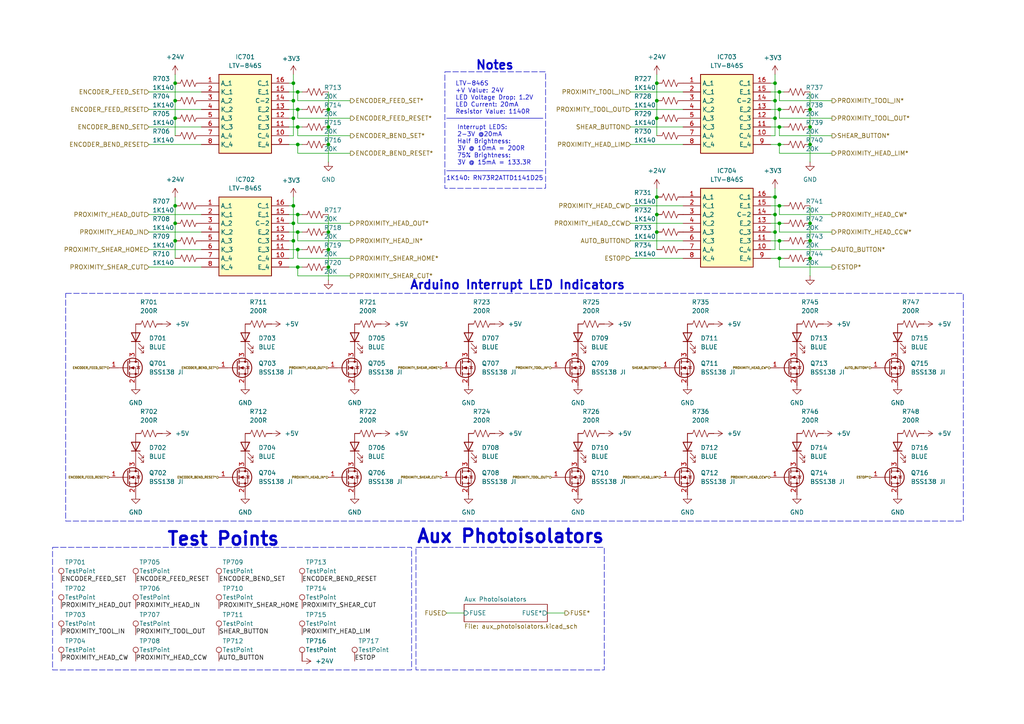
<source format=kicad_sch>
(kicad_sch (version 20231120) (generator "eeschema") (generator_version "8.0")
  (paper "A4")
  (title_block (title "MEP MAXI 85V-1 REV 2 Interface Board") (date "2024-12-08") (rev "X1") (company "McMillan Enterprises") (comment 1 "Firmware: John Gilcreast (johngilcreast@gmail.com)") (comment 2 "Hardware: Connor McMillan (connor@mcmillan.website)"))
  (junction (at 234.95 69.85))
  (junction (at 95.25 36.83))
  (junction (at 86.36 41.91))
  (junction (at 224.79 57.15))
  (junction (at 50.8 59.69))
  (junction (at 234.95 64.77))
  (junction (at 190.5 62.23))
  (junction (at 224.79 67.31))
  (junction (at 86.36 67.31))
  (junction (at 234.95 41.91))
  (junction (at 226.06 74.93))
  (junction (at 226.06 41.91))
  (junction (at 50.8 34.29))
  (junction (at 95.25 77.47))
  (junction (at 95.25 67.31))
  (junction (at 234.95 31.75))
  (junction (at 85.09 59.69))
  (junction (at 85.09 34.29))
  (junction (at 190.5 24.13))
  (junction (at 86.36 36.83))
  (junction (at 234.95 74.93))
  (junction (at 226.06 26.67))
  (junction (at 85.09 29.21))
  (junction (at 234.95 36.83))
  (junction (at 50.8 64.77))
  (junction (at 226.06 69.85))
  (junction (at 226.06 36.83))
  (junction (at 85.09 24.13))
  (junction (at 190.5 57.15))
  (junction (at 95.25 41.91))
  (junction (at 85.09 69.85))
  (junction (at 50.8 29.21))
  (junction (at 95.25 72.39))
  (junction (at 50.8 69.85))
  (junction (at 224.79 34.29))
  (junction (at 226.06 59.69))
  (junction (at 95.25 31.75))
  (junction (at 190.5 67.31))
  (junction (at 190.5 29.21))
  (junction (at 226.06 64.77))
  (junction (at 226.06 31.75))
  (junction (at 85.09 64.77))
  (junction (at 50.8 24.13))
  (junction (at 86.36 31.75))
  (junction (at 86.36 62.23))
  (junction (at 86.36 72.39))
  (junction (at 86.36 26.67))
  (junction (at 224.79 24.13))
  (junction (at 86.36 77.47))
  (junction (at 224.79 29.21))
  (junction (at 224.79 62.23))
  (junction (at 190.5 34.29))
  (wire (pts (xy 95.25 72.39) (xy 95.25 77.47)))
  (wire (pts (xy 223.52 41.91) (xy 226.06 41.91)))
  (wire (pts (xy 182.88 41.91) (xy 198.12 41.91)))
  (wire (pts (xy 234.95 59.69) (xy 234.95 64.77)))
  (wire (pts (xy 87.63 36.83) (xy 86.36 36.83)))
  (wire (pts (xy 234.95 41.91) (xy 234.95 46.99)))
  (wire (pts (xy 190.5 54.61) (xy 190.5 57.15)))
  (wire (pts (xy 223.52 39.37) (xy 224.79 39.37)))
  (wire (pts (xy 223.52 57.15) (xy 224.79 57.15)))
  (wire (pts (xy 226.06 26.67) (xy 226.06 29.21)))
  (wire (pts (xy 223.52 62.23) (xy 224.79 62.23)))
  (wire (pts (xy 95.25 41.91) (xy 95.25 46.99)))
  (wire (pts (xy 190.5 24.13) (xy 190.5 29.21)))
  (wire (pts (xy 223.52 29.21) (xy 224.79 29.21)))
  (wire (pts (xy 85.09 29.21) (xy 85.09 34.29)))
  (wire (pts (xy 224.79 54.61) (xy 224.79 57.15)))
  (wire (pts (xy 190.5 29.21) (xy 190.5 34.29)))
  (wire (pts (xy 83.82 41.91) (xy 86.36 41.91)))
  (wire (pts (xy 85.09 21.59) (xy 85.09 24.13)))
  (wire (pts (xy 190.5 67.31) (xy 190.5 72.39)))
  (wire (pts (xy 43.18 26.67) (xy 58.42 26.67)))
  (wire (pts (xy 234.95 69.85) (xy 234.95 74.93)))
  (wire (pts (xy 182.88 31.75) (xy 198.12 31.75)))
  (wire (pts (xy 86.36 36.83) (xy 83.82 36.83)))
  (wire (pts (xy 227.33 64.77) (xy 226.06 64.77)))
  (wire (pts (xy 226.06 74.93) (xy 227.33 74.93)))
  (wire (pts (xy 87.63 62.23) (xy 86.36 62.23)))
  (wire (pts (xy 95.25 26.67) (xy 95.25 31.75)))
  (wire (pts (xy 50.8 57.15) (xy 50.8 59.69)))
  (wire (pts (xy 43.18 77.47) (xy 58.42 77.47)))
  (wire (pts (xy 86.36 64.77) (xy 101.6 64.77)))
  (wire (pts (xy 227.33 59.69) (xy 226.06 59.69)))
  (wire (pts (xy 227.33 69.85) (xy 226.06 69.85)))
  (wire (pts (xy 224.79 29.21) (xy 224.79 34.29)))
  (wire (pts (xy 85.09 34.29) (xy 83.82 34.29)))
  (wire (pts (xy 227.33 26.67) (xy 226.06 26.67)))
  (wire (pts (xy 85.09 59.69) (xy 85.09 64.77)))
  (wire (pts (xy 83.82 39.37) (xy 85.09 39.37)))
  (wire (pts (xy 226.06 59.69) (xy 226.06 62.23)))
  (wire (pts (xy 224.79 57.15) (xy 224.79 62.23)))
  (wire (pts (xy 43.18 72.39) (xy 58.42 72.39)))
  (wire (pts (xy 50.8 29.21) (xy 50.8 34.29)))
  (wire (pts (xy 226.06 41.91) (xy 226.06 44.45)))
  (wire (pts (xy 50.8 34.29) (xy 50.8 39.37)))
  (wire (pts (xy 86.36 72.39) (xy 86.36 74.93)))
  (wire (pts (xy 50.8 21.59) (xy 50.8 24.13)))
  (wire (pts (xy 226.06 69.85) (xy 226.06 72.39)))
  (wire (pts (xy 50.8 24.13) (xy 50.8 29.21)))
  (wire (pts (xy 226.06 59.69) (xy 223.52 59.69)))
  (wire (pts (xy 190.5 62.23) (xy 190.5 67.31)))
  (wire (pts (xy 182.88 64.77) (xy 198.12 64.77)))
  (wire (pts (xy 223.52 72.39) (xy 224.79 72.39)))
  (wire (pts (xy 85.09 24.13) (xy 85.09 29.21)))
  (wire (pts (xy 87.63 31.75) (xy 86.36 31.75)))
  (wire (pts (xy 86.36 39.37) (xy 101.6 39.37)))
  (wire (pts (xy 226.06 44.45) (xy 241.3 44.45)))
  (wire (pts (xy 227.33 31.75) (xy 226.06 31.75)))
  (wire (pts (xy 226.06 39.37) (xy 241.3 39.37)))
  (wire (pts (xy 95.25 62.23) (xy 95.25 67.31)))
  (wire (pts (xy 83.82 24.13) (xy 85.09 24.13)))
  (wire (pts (xy 234.95 31.75) (xy 234.95 36.83)))
  (wire (pts (xy 50.8 64.77) (xy 50.8 69.85)))
  (polyline (pts (xy 129.54 49.53) (xy 157.48 49.53)))
  (wire (pts (xy 95.25 31.75) (xy 95.25 36.83)))
  (wire (pts (xy 234.95 64.77) (xy 234.95 69.85)))
  (wire (pts (xy 83.82 64.77) (xy 85.09 64.77)))
  (wire (pts (xy 43.18 41.91) (xy 58.42 41.91)))
  (wire (pts (xy 86.36 67.31) (xy 83.82 67.31)))
  (wire (pts (xy 234.95 74.93) (xy 234.95 80.01)))
  (wire (pts (xy 226.06 77.47) (xy 241.3 77.47)))
  (wire (pts (xy 87.63 67.31) (xy 86.36 67.31)))
  (wire (pts (xy 85.09 74.93) (xy 85.09 69.85)))
  (wire (pts (xy 224.79 34.29) (xy 223.52 34.29)))
  (wire (pts (xy 86.36 36.83) (xy 86.36 39.37)))
  (wire (pts (xy 226.06 41.91) (xy 227.33 41.91)))
  (wire (pts (xy 226.06 34.29) (xy 241.3 34.29)))
  (wire (pts (xy 234.95 36.83) (xy 234.95 41.91)))
  (wire (pts (xy 83.82 74.93) (xy 85.09 74.93)))
  (wire (pts (xy 224.79 67.31) (xy 223.52 67.31)))
  (wire (pts (xy 190.5 34.29) (xy 190.5 39.37)))
  (wire (pts (xy 95.25 67.31) (xy 95.25 72.39)))
  (wire (pts (xy 226.06 64.77) (xy 223.52 64.77)))
  (wire (pts (xy 226.06 36.83) (xy 226.06 39.37)))
  (wire (pts (xy 86.36 62.23) (xy 83.82 62.23)))
  (wire (pts (xy 95.25 36.83) (xy 95.25 41.91)))
  (wire (pts (xy 224.79 72.39) (xy 224.79 67.31)))
  (wire (pts (xy 83.82 77.47) (xy 86.36 77.47)))
  (wire (pts (xy 86.36 67.31) (xy 86.36 69.85)))
  (wire (pts (xy 87.63 72.39) (xy 86.36 72.39)))
  (wire (pts (xy 86.36 41.91) (xy 87.63 41.91)))
  (wire (pts (xy 83.82 29.21) (xy 85.09 29.21)))
  (wire (pts (xy 86.36 72.39) (xy 83.82 72.39)))
  (wire (pts (xy 86.36 34.29) (xy 101.6 34.29)))
  (wire (pts (xy 86.36 41.91) (xy 86.36 44.45)))
  (wire (pts (xy 182.88 36.83) (xy 198.12 36.83)))
  (wire (pts (xy 226.06 26.67) (xy 223.52 26.67)))
  (wire (pts (xy 182.88 59.69) (xy 198.12 59.69)))
  (wire (pts (xy 158.75 177.8) (xy 163.83 177.8)))
  (wire (pts (xy 43.18 67.31) (xy 58.42 67.31)))
  (wire (pts (xy 182.88 74.93) (xy 198.12 74.93)))
  (wire (pts (xy 234.95 26.67) (xy 234.95 31.75)))
  (wire (pts (xy 50.8 59.69) (xy 50.8 64.77)))
  (wire (pts (xy 86.36 74.93) (xy 101.6 74.93)))
  (wire (pts (xy 85.09 64.77) (xy 85.09 69.85)))
  (wire (pts (xy 86.36 26.67) (xy 86.36 29.21)))
  (wire (pts (xy 87.63 26.67) (xy 86.36 26.67)))
  (wire (pts (xy 43.18 36.83) (xy 58.42 36.83)))
  (wire (pts (xy 226.06 62.23) (xy 241.3 62.23)))
  (wire (pts (xy 227.33 36.83) (xy 226.06 36.83)))
  (wire (pts (xy 223.52 74.93) (xy 226.06 74.93)))
  (wire (pts (xy 85.09 57.15) (xy 85.09 59.69)))
  (wire (pts (xy 224.79 62.23) (xy 224.79 67.31)))
  (wire (pts (xy 86.36 29.21) (xy 101.6 29.21)))
  (wire (pts (xy 226.06 74.93) (xy 226.06 77.47)))
  (wire (pts (xy 86.36 69.85) (xy 101.6 69.85)))
  (wire (pts (xy 86.36 26.67) (xy 83.82 26.67)))
  (wire (pts (xy 86.36 44.45) (xy 101.6 44.45)))
  (wire (pts (xy 226.06 72.39) (xy 241.3 72.39)))
  (wire (pts (xy 226.06 31.75) (xy 223.52 31.75)))
  (wire (pts (xy 86.36 31.75) (xy 83.82 31.75)))
  (wire (pts (xy 226.06 36.83) (xy 223.52 36.83)))
  (wire (pts (xy 95.25 77.47) (xy 95.25 81.28)))
  (wire (pts (xy 86.36 77.47) (xy 87.63 77.47)))
  (wire (pts (xy 86.36 77.47) (xy 86.36 80.01)))
  (wire (pts (xy 86.36 80.01) (xy 101.6 80.01)))
  (wire (pts (xy 226.06 67.31) (xy 241.3 67.31)))
  (wire (pts (xy 226.06 64.77) (xy 226.06 67.31)))
  (wire (pts (xy 43.18 62.23) (xy 58.42 62.23)))
  (wire (pts (xy 83.82 59.69) (xy 85.09 59.69)))
  (wire (pts (xy 86.36 31.75) (xy 86.36 34.29)))
  (wire (pts (xy 224.79 39.37) (xy 224.79 34.29)))
  (wire (pts (xy 223.52 24.13) (xy 224.79 24.13)))
  (wire (pts (xy 190.5 21.59) (xy 190.5 24.13)))
  (wire (pts (xy 226.06 31.75) (xy 226.06 34.29)))
  (wire (pts (xy 226.06 69.85) (xy 223.52 69.85)))
  (wire (pts (xy 226.06 29.21) (xy 241.3 29.21)))
  (wire (pts (xy 43.18 31.75) (xy 58.42 31.75)))
  (wire (pts (xy 224.79 21.59) (xy 224.79 24.13)))
  (polyline (pts (xy 129.54 34.29) (xy 157.48 34.29)))
  (wire (pts (xy 182.88 69.85) (xy 198.12 69.85)))
  (wire (pts (xy 190.5 57.15) (xy 190.5 62.23)))
  (wire (pts (xy 85.09 69.85) (xy 83.82 69.85)))
  (wire (pts (xy 224.79 24.13) (xy 224.79 29.21)))
  (wire (pts (xy 129.54 177.8) (xy 134.62 177.8)))
  (wire (pts (xy 50.8 69.85) (xy 50.8 74.93)))
  (wire (pts (xy 182.88 26.67) (xy 198.12 26.67)))
  (wire (pts (xy 86.36 62.23) (xy 86.36 64.77)))
  (wire (pts (xy 85.09 39.37) (xy 85.09 34.29)))
  (polyline (pts (xy 273.8536 179.3539) (xy 273.0671 179.3539) (xy 272.9815 179.7819) (xy 273.6824 179.7819) (xy 273.6485 179.9512) (xy 272.9476 179.9512) (xy 272.858 180.4012) (xy 273.6724 180.4012) (xy 273.6386 180.5744) (xy 272.6251 180.5744) (xy 272.9038 179.1806) (xy 273.8875 179.1806) (xy 273.8536 179.3539)) (stroke (width -0.0001) (type solid)) (fill (type outline)))
  (polyline (pts (xy 271.217 179.1652) (xy 271.2487 179.1666) (xy 271.2802 179.169) (xy 271.3112 179.1724) (xy 271.3419 179.1767) (xy 271.372 179.1819) (xy 271.4016 179.188) (xy 271.4306 179.1951) (xy 271.4589 179.203) (xy 271.4865 179.2118) (xy 271.5132 179.2214) (xy 271.5391 179.2319) (xy 271.5641 179.2432) (xy 271.5881 179.2554) (xy 271.6111 179.2684) (xy 271.6329 179.2822) (xy 271.5533 179.4454) (xy 271.5335 179.432) (xy 271.5131 179.4195) (xy 271.492 179.4078) (xy 271.4704 179.3969) (xy 271.4481 179.3869) (xy 271.4254 179.3778) (xy 271.4021 179.3695) (xy 271.3783 179.3621) (xy 271.3541 179.3555) (xy 271.3295 179.3498) (xy 271.3045 179.345) (xy 271.2792 179.341) (xy 271.2535 179.3379) (xy 271.2276 179.3357) (xy 271.2014 179.3344) (xy 271.175 179.334) (xy 271.133 179.3351) (xy 271.0931 179.3384) (xy 271.0554 179.3439) (xy 271.0199 179.3515) (xy 270.9867 179.3611) (xy 270.9559 179.3726) (xy 270.9276 179.386) (xy 270.9019 179.4011) (xy 270.8789 179.418) (xy 270.8685 179.4271) (xy 270.8587 179.4366) (xy 270.8497 179.4465) (xy 270.8413 179.4567) (xy 270.8338 179.4674) (xy 270.8269 179.4784) (xy 270.8209 179.4898) (xy 270.8156 179.5015) (xy 270.811 179.5136) (xy 270.8073 179.526) (xy 270.8044 179.5387) (xy 270.8023 179.5518) (xy 270.8011 179.5652) (xy 270.8006 179.5788) (xy 270.8027 179.605) (xy 270.8087 179.6289) (xy 270.8183 179.6506) (xy 270.8314 179.6703) (xy 270.8475 179.6882) (xy 270.8666 179.7045) (xy 270.8883 179.7193) (xy 270.9123 179.7329) (xy 270.9385 179.7454) (xy 270.9664 179.757) (xy 271.0268 179.7783) (xy 271.1581 179.8183) (xy 271.2247 179.8398) (xy 271.2893 179.8644) (xy 271.3201 179.8782) (xy 271.3497 179.8934) (xy 271.3776 179.91) (xy 271.4038 179.9283) (xy 271.4278 179.9484) (xy 271.4495 179.9706) (xy 271.4686 179.995) (xy 271.4848 180.0217) (xy 271.4978 180.0511) (xy 271.5074 180.0831) (xy 271.5134 180.1182) (xy 271.5155 180.1563) (xy 271.5148 180.1814) (xy 271.5127 180.2058) (xy 271.5092 180.2296) (xy 271.5044 180.2527) (xy 271.4982 180.2751) (xy 271.4908 180.2969) (xy 271.4821 180.318) (xy 271.4721 180.3384) (xy 271.4609 180.358) (xy 271.4486 180.377) (xy 271.435 180.3952) (xy 271.4203 180.4126) (xy 271.4045 180.4294) (xy 271.3877 180.4453) (xy 271.3697 180.4605) (xy 271.3507 180.4749) (xy 271.3307 180.4885) (xy 271.3097 180.5013) (xy 271.2877 180.5133) (xy 271.2648 180.5244) (xy 271.241 180.5348) (xy 271.2163 180.5443) (xy 271.1907 180.5529) (xy 271.1643 180.5606) (xy 271.1371 180.5675) (xy 271.1091 180.5735) (xy 271.0804 180.5786) (xy 271.0509 180.5828) (xy 271.0207 180.5861) (xy 270.9898 180.5885) (xy 270.9582 180.5899) (xy 270.9261 180.5904) (xy 270.8862 180.5895) (xy 270.8466 180.587) (xy 270.8075 180.583) (xy 270.769 180.5774) (xy 270.7311 180.5704) (xy 270.6942 180.562) (xy 270.6582 180.5524) (xy 270.6234 180.5416) (xy 270.5899 180.5297) (xy 270.5579 180.5167) (xy 270.5275 180.5027) (xy 270.4988 180.4879) (xy 270.472 180.4722) (xy 270.4472 180.4558) (xy 270.4246 180.4388) (xy 270.4044 180.4211) (xy 270.492 180.2618) (xy 270.5125 180.2797) (xy 270.5346 180.2967) (xy 270.5581 180.3127) (xy 270.5828 180.3279) (xy 270.6087 180.342) (xy 270.6357 180.3551) (xy 270.6637 180.3671) (xy 270.6926 180.3781) (xy 270.7223 180.3878) (xy 270.7527 180.3964) (xy 270.7837 180.4038) (xy 270.8151 180.4099) (xy 270.847 180.4148) (xy 270.8792 180.4183) (xy 270.9115 180.4204) (xy 270.944 180.4211) (xy 270.9853 180.4201) (xy 271.0247 180.4171) (xy 271.0623 180.4122) (xy 271.0977 180.4054) (xy 271.131 180.3966) (xy 271.1619 180.386) (xy 271.1905 180.3736) (xy 271.2165 180.3594) (xy 271.2399 180.3434) (xy 271.2506 180.3347) (xy 271.2606 180.3256) (xy 271.2698 180.3161) (xy 271.2783 180.3062) (xy 271.2861 180.2958) (xy 271.2931 180.285) (xy 271.2994 180.2738) (xy 271.3048 180.2622) (xy 271.3095 180.2502) (xy 271.3134 180.2378) (xy 271.3164 180.225) (xy 271.3185 180.2117) (xy 271.3199 180.1981) (xy 271.3203 180.1841) (xy 271.3182 180.1581) (xy 271.3123 180.1345) (xy 271.3026 180.1131) (xy 271.2896 180.0937) (xy 271.2734 180.0762) (xy 271.2543 180.0602) (xy 271.2327 180.0457) (xy 271.2086 180.0324) (xy 271.1825 180.0203) (xy 271.1545 180.0089) (xy 271.0941 179.9881) (xy 270.9629 179.9487) (xy 270.8963 179.927) (xy 270.8317 179.902) (xy 270.8008 179.8877) (xy 270.7713 179.8721) (xy 270.7433 179.8548) (xy 270.7172 179.8358) (xy 270.6932 179.8148) (xy 270.6715 179.7917) (xy 270.6524 179.7662) (xy 270.6362 179.7381) (xy 270.6232 179.7073) (xy 270.6136 179.6736) (xy 270.6076 179.6368) (xy 270.6055 179.5967) (xy 270.6062 179.572) (xy 270.6083 179.5479) (xy 270.6117 179.5244) (xy 270.6165 179.5016) (xy 270.6225 179.4793) (xy 270.6298 179.4578) (xy 270.6384 179.4369) (xy 270.6482 179.4167) (xy 270.6592 179.3971) (xy 270.6713 179.3783) (xy 270.6846 179.3602) (xy 270.6991 179.3428) (xy 270.7146 179.3261) (xy 270.7312 179.3102) (xy 270.7489 179.295) (xy 270.7675 179.2806) (xy 270.7872 179.267) (xy 270.8079 179.2542) (xy 270.8295 179.2422) (xy 270.852 179.231) (xy 270.8754 179.2207) (xy 270.8997 179.2111) (xy 270.9248 179.2025) (xy 270.9508 179.1947) (xy 270.9775 179.1877) (xy 271.005 179.1817) (xy 271.0333 179.1765) (xy 271.0623 179.1723) (xy 271.092 179.169) (xy 271.1223 179.1666) (xy 271.1533 179.1651) (xy 271.185 179.1647) (xy 271.217 179.1652)) (stroke (width -0.0001) (type solid)) (fill (type outline)))
  (polyline (pts (xy 267.3842 173.7128) (xy 268.2181 173.7128) (xy 267.4611 177.498) (xy 269.8092 177.498) (xy 269.6681 178.2036) (xy 266.4859 178.2036) (xy 267.3842 173.7128) (xy 267.3842 173.7128)) (stroke (width -0.0001) (type solid)) (fill (type outline)))
  (rectangle (start 15.24 158.75) (end 119.38 194.31) (stroke (width 0) (type dash)))
  (polyline (pts (xy 256.6531 173.6517) (xy 256.792 173.6609) (xy 256.927 173.6761) (xy 257.0578 173.6973) (xy 257.1842 173.7245) (xy 257.306 173.7576) (xy 257.4229 173.7964) (xy 257.5346 173.8411) (xy 257.6411 173.8914) (xy 257.742 173.9475) (xy 257.8371 174.0091) (xy 257.9261 174.0762) (xy 258.0089 174.1489) (xy 258.0851 174.227) (xy 258.1546 174.3104) (xy 258.2171 174.3992) (xy 257.6141 174.9061) (xy 257.5667 174.8441) (xy 257.516 174.7858) (xy 257.462 174.7312) (xy 257.4337 174.7054) (xy 257.4046 174.6804) (xy 257.3747 174.6564) (xy 257.3439 174.6334) (xy 257.3123 174.6113) (xy 257.2799 174.5902) (xy 257.2466 174.57) (xy 257.2125 174.5509) (xy 257.1775 174.5327) (xy 257.1417 174.5155) (xy 257.0675 174.4841) (xy 256.99 174.4568) (xy 256.909 174.4335) (xy 256.8246 174.4143) (xy 256.7368 174.3994) (xy 256.6456 174.3886) (xy 256.5509 174.3821) (xy 256.4528 174.38) (xy 256.3464 174.3825) (xy 256.2426 174.3899) (xy 256.1414 174.4022) (xy 256.0429 174.4192) (xy 255.9471 174.4408) (xy 255.8541 174.4668) (xy 255.7639 174.4972) (xy 255.6766 174.5317) (xy 255.5923 174.5704) (xy 255.5109 174.613) (xy 255.4326 174.6594) (xy 255.3574 174.7095) (xy 255.2854 174.7632) (xy 255.2166 174.8203) (xy 255.151 174.8808) (xy 255.0887 174.9445) (xy 255.0298 175.0113) (xy 254.9743 175.0811) (xy 254.9223 175.1536) (xy 254.8738 175.2289) (xy 254.8289 175.3068) (xy 254.7876 175.3871) (xy 254.75 175.4697) (xy 254.7161 175.5546) (xy 254.686 175.6416) (xy 254.6598 175.7305) (xy 254.6374 175.8212) (xy 254.619 175.9137) (xy 254.6046 176.0078) (xy 254.5942 176.1033) (xy 254.588 176.2001) (xy 254.5859 176.2982) (xy 254.5873 176.3672) (xy 254.5916 176.4348) (xy 254.5987 176.5007) (xy 254.6086 176.5651) (xy 254.6214 176.6278) (xy 254.6369 176.6888) (xy 254.6553 176.7481) (xy 254.6764 176.8057) (xy 254.7003 176.8614) (xy 254.727 176.9152) (xy 254.7564 176.9671) (xy 254.7885 177.0171) (xy 254.8234 177.065) (xy 254.861 177.1109) (xy 254.9013 177.1547) (xy 254.9443 177.1964) (xy 254.99 177.2359) (xy 255.0384 177.2732) (xy 255.0895 177.3082) (xy 255.1432 177.3409) (xy 255.1995 177.3712) (xy 255.2585 177.3992) (xy 255.3201 177.4247) (xy 255.3843 177.4477) (xy 255.4511 177.4681) (xy 255.5205 177.486) (xy 255.5925 177.5012) (xy 255.6671 177.5138) (xy 255.7442 177.5236) (xy 255.8239 177.5307) (xy 255.9062 177.535) (xy 255.9909 177.5365) (xy 256.084 177.5345) (xy 256.1755 177.5286) (xy 256.2654 177.5188) (xy 256.3537 177.5049) (xy 256.4403 177.487) (xy 256.5251 177.4651) (xy 256.6082 177.4391) (xy 256.6894 177.4089) (xy 256.7688 177.3747) (xy 256.8462 177.3363) (xy 256.9216 177.2937) (xy 256.995 177.2468) (xy 257.0664 177.1958) (xy 257.1356 177.1404) (xy 257.2027 177.0808) (xy 257.2676 177.0168) (xy 257.7551 177.5428) (xy 257.6709 177.6334) (xy 257.5818 177.7177) (xy 257.4882 177.7956) (xy 257.3901 177.8672) (xy 257.2877 177.9327) (xy 257.1811 177.9921) (xy 257.0707 178.0455) (xy 256.9564 178.093) (xy 256.8386 178.1346) (xy 256.7173 178.1704) (xy 256.5927 178.2005) (xy 256.465 178.2249) (xy 256.3344 178.2438) (xy 256.2011 178.2572) (xy 256.0651 178.2652) (xy 255.9267 178.2678) (xy 255.8002 178.2655) (xy 255.677 178.2588) (xy 255.5572 178.2475) (xy 255.4407 178.232) (xy 255.3276 178.2121) (xy 255.218 178.1881) (xy 255.1119 178.16) (xy 255.0094 178.1278) (xy 254.9105 178.0916) (xy 254.8153 178.0516) (xy 254.7238 178.0078) (xy 254.636 177.9603) (xy 254.5521 177.9091) (xy 254.472 177.8544) (xy 254.3959 177.7961) (xy 254.3236 177.7345) (xy 254.2554 177.6696) (xy 254.1913 177.6014) (xy 254.1312 177.53) (xy 254.0753 177.4555) (xy 254.0236 177.378) (xy 253.9761 177.2976) (xy 253.933 177.2144) (xy 253.8941 177.1283) (xy 253.8597 177.0396) (xy 253.8297 176.9482) (xy 253.8041 176.8543) (xy 253.7831 176.758) (xy 253.7667 176.6592) (xy 253.7549 176.5582) (xy 253.7478 176.4549) (xy 253.7455 176.3495) (xy 253.7487 176.208) (xy 253.7582 176.0686) (xy 253.774 175.9316) (xy 253.7959 175.7969) (xy 253.8238 175.6649) (xy 253.8577 175.5357) (xy 253.8974 175.4093) (xy 253.9429 175.2861) (xy 253.9941 175.166) (xy 254.0508 175.0494) (xy 254.113 174.9362) (xy 254.1805 174.8268) (xy 254.2534 174.7212) (xy 254.3314 174.6195) (xy 254.4144 174.5221) (xy 254.5025 174.4289) (xy 254.5954 174.3402) (xy 254.6932 174.2561) (xy 254.7956 174.1767) (xy 254.9026 174.1023) (xy 255.0142 174.0329) (xy 255.1301 173.9688) (xy 255.2504 173.91) (xy 255.3748 173.8568) (xy 255.5034 173.8093) (xy 255.636 173.7676) (xy 255.7725 173.7319) (xy 255.9128 173.7023) (xy 256.0569 173.679) (xy 256.2046 173.6622) (xy 256.3559 173.652) (xy 256.5106 173.6486) (xy 256.6531 173.6517)) (stroke (width -0.0001) (type solid)) (fill (type outline)))
  (polyline (pts (xy 278.4314 178.2036) (xy 277.6038 178.2036) (xy 277.3664 177.1643) (xy 275.1081 177.1643) (xy 274.4602 178.2036) (xy 273.5684 178.2036) (xy 274.6693 176.5099) (xy 275.5187 176.5099) (xy 277.2124 176.5099) (xy 276.7569 174.5339) (xy 275.5187 176.5099) (xy 274.6693 176.5099) (xy 276.4875 173.7128) (xy 277.3151 173.7128) (xy 278.4314 178.2036)) (stroke (width -0.0001) (type solid)) (fill (type outline)))
  (polyline (pts (xy 254.1996 179.3539) (xy 253.413 179.3539) (xy 253.3274 179.7819) (xy 254.0283 179.7819) (xy 253.9945 179.9512) (xy 253.2936 179.9512) (xy 253.204 180.4012) (xy 254.0183 180.4012) (xy 253.9845 180.5744) (xy 252.971 180.5744) (xy 253.2498 179.1806) (xy 254.2334 179.1806) (xy 254.1996 179.3539)) (stroke (width -0.0001) (type solid)) (fill (type outline)))
  (polyline (pts (xy 267.5041 179.1824) (xy 267.5603 179.1876) (xy 267.6132 179.1961) (xy 267.6625 179.208) (xy 267.6859 179.2152) (xy 267.7084 179.2232) (xy 267.7299 179.2319) (xy 267.7506 179.2415) (xy 267.7703 179.2519) (xy 267.7891 179.263) (xy 267.8069 179.275) (xy 267.8238 179.2876) (xy 267.8398 179.3011) (xy 267.8548 179.3153) (xy 267.8688 179.3302) (xy 267.8818 179.3459) (xy 267.8938 179.3623) (xy 267.9049 179.3794) (xy 267.9149 179.3973) (xy 267.9239 179.4158) (xy 267.9319 179.4351) (xy 267.9388 179.455) (xy 267.9447 179.4756) (xy 267.9496 179.497) (xy 267.9534 179.5189) (xy 267.9561 179.5416) (xy 267.9577 179.5649) (xy 267.9583 179.5888) (xy 267.9564 179.6397) (xy 267.9542 179.6643) (xy 267.9511 179.6883) (xy 267.9471 179.7119) (xy 267.9422 179.7348) (xy 267.9365 179.7573) (xy 267.9299 179.7791) (xy 267.9225 179.8004) (xy 267.9142 179.8211) (xy 267.9051 179.8412) (xy 267.8952 179.8608) (xy 267.8845 179.8798) (xy 267.8731 179.8981) (xy 267.8608 179.9159) (xy 267.8477 179.933) (xy 267.8339 179.9496) (xy 267.8193 179.9655) (xy 267.804 179.9808) (xy 267.7879 179.9955) (xy 267.7711 180.0095) (xy 267.7535 180.0229) (xy 267.7353 180.0356) (xy 267.7163 180.0477) (xy 267.6763 180.07) (xy 267.6335 180.0895) (xy 267.5881 180.1063) (xy 267.5401 180.1204) (xy 267.7949 180.5744) (xy 267.5839 180.5744) (xy 267.341 180.1483) (xy 266.9308 180.1483) (xy 266.8472 180.5744) (xy 266.6461 180.5744) (xy 266.7652 179.979) (xy 266.9647 179.979) (xy 267.3091 179.979) (xy 267.3611 179.9775) (xy 267.4102 179.9731) (xy 267.4564 179.9657) (xy 267.4996 179.9553) (xy 267.52 179.949) (xy 267.5397 179.942) (xy 267.5585 179.9343) (xy 267.5766 179.9258) (xy 267.5939 179.9166) (xy 267.6104 179.9067) (xy 267.6261 179.8961) (xy 267.6409 179.8847) (xy 267.6549 179.8726) (xy 267.6681 179.8599) (xy 267.6804 179.8464) (xy 267.6918 179.8321) (xy 267.7024 179.8172) (xy 267.7121 179.8016) (xy 267.7209 179.7853) (xy 267.7288 179.7682) (xy 267.7359 179.7505) (xy 267.742 179.732) (xy 267.7472 179.7129) (xy 267.7515 179.693) (xy 267.7548 179.6725) (xy 267.7572 179.6513) (xy 267.7586 179.6293) (xy 267.7591 179.6067) (xy 267.7588 179.5913) (xy 267.7577 179.5763) (xy 267.756 179.5618) (xy 267.7536 179.5478) (xy 267.7505 179.5343) (xy 267.7467 179.5213) (xy 267.7422 179.5087) (xy 267.7371 179.4967) (xy 267.7313 179.4851) (xy 267.7249 179.474) (xy 267.7178 179.4633) (xy 267.7101 179.4532) (xy 267.7017 179.4436) (xy 267.6927 179.4344) (xy 267.683 179.4258) (xy 267.6728 179.4176) (xy 267.6619 179.4099) (xy 267.6503 179.4027) (xy 267.6382 179.396) (xy 267.6254 179.3898) (xy 267.6121 179.3841) (xy 267.5981 179.3788) (xy 267.5836 179.3741) (xy 267.5684 179.3699) (xy 267.5527 179.3661) (xy 267.5364 179.3629) (xy 267.5195 179.3601) (xy 267.502 179.3579) (xy 267.484 179.3561) (xy 267.4654 179.3549) (xy 267.4463 179.3541) (xy 267.4266 179.3539) (xy 267.0901 179.3539) (xy 266.9647 179.979) (xy 266.7652 179.979) (xy 266.9248 179.1806) (xy 267.4445 179.1806) (xy 267.5041 179.1824)) (stroke (width -0.0001) (type solid)) (fill (type outline)))
  (polyline (pts (xy 282.4408 176.8564) (xy 283.0631 173.7128) (xy 283.8907 173.7128) (xy 282.9926 178.2036) (xy 282.3061 178.2036) (xy 280.4648 175.06) (xy 279.8361 178.2036) (xy 279.0085 178.2036) (xy 279.9067 173.7128) (xy 280.5931 173.7128) (xy 282.4408 176.8564)) (stroke (width -0.0001) (type solid)) (fill (type outline)))
  (rectangle (start 19.05 85.09) (end 279.4 151.13) (stroke (width 0) (type dash)))
  (polyline (pts (xy 265.1914 179.1824) (xy 265.2473 179.1876) (xy 265.2999 179.1961) (xy 265.349 179.208) (xy 265.3723 179.2152) (xy 265.3946 179.2232) (xy 265.4161 179.2319) (xy 265.4367 179.2415) (xy 265.4563 179.2519) (xy 265.475 179.263) (xy 265.4928 179.275) (xy 265.5097 179.2876) (xy 265.5256 179.3011) (xy 265.5405 179.3153) (xy 265.5545 179.3302) (xy 265.5675 179.3459) (xy 265.5795 179.3623) (xy 265.5905 179.3794) (xy 265.6005 179.3973) (xy 265.6095 179.4158) (xy 265.6175 179.4351) (xy 265.6244 179.455) (xy 265.6303 179.4756) (xy 265.6351 179.497) (xy 265.6389 179.5189) (xy 265.6416 179.5416) (xy 265.6433 179.5649) (xy 265.6438 179.5888) (xy 265.6431 179.6218) (xy 265.6409 179.6539) (xy 265.6373 179.6851) (xy 265.6323 179.7154) (xy 265.6258 179.7447) (xy 265.618 179.7732) (xy 265.6089 179.8007) (xy 265.5983 179.8272) (xy 265.5865 179.8528) (xy 265.5734 179.8774) (xy 265.5589 179.9011) (xy 265.5432 179.9237) (xy 265.5263 179.9454) (xy 265.5081 179.966) (xy 265.4887 179.9856) (xy 265.4681 180.0042) (xy 265.4464 180.0217) (xy 265.4234 180.0382) (xy 265.3993 180.0536) (xy 265.3742 180.068) (xy 265.3478 180.0812) (xy 265.3205 180.0934) (xy 265.292 180.1044) (xy 265.2625 180.1144) (xy 265.2319 180.1232) (xy 265.2004 180.1308) (xy 265.1678 180.1373) (xy 265.1343 180.1427) (xy 265.0998 180.1469) (xy 265.0644 180.1499) (xy 265.028 180.1517) (xy 264.9908 180.1523) (xy 264.6184 180.1523) (xy 264.5347 180.5744) (xy 264.3357 180.5744) (xy 264.4548 179.979) (xy 264.6543 179.979) (xy 264.9947 179.979) (xy 265.0467 179.9775) (xy 265.0958 179.9731) (xy 265.142 179.9657) (xy 265.1852 179.9553) (xy 265.2056 179.949) (xy 265.2253 179.942) (xy 265.2442 179.9343) (xy 265.2623 179.9258) (xy 265.2796 179.9166) (xy 265.296 179.9067) (xy 265.3117 179.8961) (xy 265.3265 179.8847) (xy 265.3405 179.8726) (xy 265.3537 179.8599) (xy 265.366 179.8464) (xy 265.3775 179.8321) (xy 265.388 179.8172) (xy 265.3977 179.8016) (xy 265.4066 179.7853) (xy 265.4145 179.7682) (xy 265.4215 179.7505) (xy 265.4276 179.732) (xy 265.4328 179.7129) (xy 265.4371 179.693) (xy 265.4404 179.6725) (xy 265.4428 179.6513) (xy 265.4443 179.6293) (xy 265.4448 179.6067) (xy 265.4444 179.5913) (xy 265.4434 179.5763) (xy 265.4416 179.5618) (xy 265.4392 179.5478) (xy 265.4361 179.5343) (xy 265.4323 179.5213) (xy 265.4279 179.5087) (xy 265.4228 179.4967) (xy 265.417 179.4851) (xy 265.4106 179.474) (xy 265.4035 179.4633) (xy 265.3958 179.4532) (xy 265.3875 179.4436) (xy 265.3785 179.4344) (xy 265.3689 179.4258) (xy 265.3586 179.4176) (xy 265.3478 179.4099) (xy 265.3363 179.4027) (xy 265.3242 179.396) (xy 265.3115 179.3898) (xy 265.2983 179.3841) (xy 265.2844 179.3788) (xy 265.2699 179.3741) (xy 265.2549 179.3699) (xy 265.2393 179.3661) (xy 265.2231 179.3629) (xy 265.2063 179.3601) (xy 265.189 179.3579) (xy 265.1711 179.3561) (xy 265.1527 179.3549) (xy 265.1338 179.3541) (xy 265.1142 179.3539) (xy 264.7797 179.3539) (xy 264.6543 179.979) (xy 264.4548 179.979) (xy 264.6144 179.1806) (xy 265.1321 179.1806) (xy 265.1914 179.1824)) (stroke (width -0.0001) (type solid)) (fill (type outline)))
  (rectangle (start 120.65 158.75) (end 175.26 194.31) (stroke (width 0) (type dash)))
  (rectangle (start 129.032 20.828) (end 158.242 54.61) (stroke (width 0) (type dash)))
  (polyline (pts (xy 271.2269 173.7128) (xy 272.0609 173.7128) (xy 271.3039 177.498) (xy 273.652 177.498) (xy 273.5108 178.2036) (xy 270.3287 178.2036) (xy 271.2269 173.7128) (xy 271.2269 173.7128)) (stroke (width -0.0001) (type solid)) (fill (type outline)))
  (polyline (pts (xy 255.0744 171.4491) (xy 250.2187 177.6365) (xy 249.8021 177.6365) (xy 248.6528 174.8492) (xy 247.9846 178.2114) (xy 247.0935 178.2114) (xy 248.0996 173.1824) (xy 248.8611 173.1824) (xy 250.0197 176.1015) (xy 250.19 176.53) (xy 252.8039 173.1824) (xy 253.6714 172.0713) (xy 255.018 171.0938) (xy 255.0744 171.4491)) (stroke (width -0.0001) (type solid)) (fill (type outline)))
  (polyline (pts (xy 256.2631 180.2538) (xy 256.4761 179.1806) (xy 256.6752 179.1806) (xy 256.3965 180.5744) (xy 256.2332 180.5744) (xy 255.6099 179.5012) (xy 255.3968 180.5744) (xy 255.1978 180.5744) (xy 255.4765 179.1806) (xy 255.6398 179.1806) (xy 256.2631 180.2538)) (stroke (width -0.0001) (type solid)) (fill (type outline)))
  (polyline (pts (xy 261.0781 176.7024) (xy 263.407 173.7128) (xy 264.1255 173.7128) (xy 263.2274 178.2036) (xy 262.4383 178.2036) (xy 263.022 175.2589) (xy 261.1038 177.6904) (xy 260.7317 177.6904) (xy 259.7052 175.2012) (xy 259.1085 178.2036) (xy 258.313 178.2036) (xy 259.2112 173.7128) (xy 259.8913 173.7128) (xy 261.0781 176.7024)) (stroke (width -0.0001) (type solid)) (fill (type outline)))
  (polyline (pts (xy 269.1855 180.5744) (xy 268.9863 180.5744) (xy 269.2651 179.1806) (xy 269.4642 179.1806) (xy 269.1855 180.5744)) (stroke (width -0.0001) (type solid)) (fill (type outline)))
  (polyline (pts (xy 262.8534 179.1824) (xy 262.9097 179.1876) (xy 262.9625 179.1961) (xy 263.0119 179.208) (xy 263.0352 179.2152) (xy 263.0577 179.2232) (xy 263.0793 179.2319) (xy 263.0999 179.2415) (xy 263.1196 179.2519) (xy 263.1384 179.263) (xy 263.1563 179.275) (xy 263.1732 179.2876) (xy 263.1891 179.3011) (xy 263.2041 179.3153) (xy 263.2181 179.3302) (xy 263.2312 179.3459) (xy 263.2432 179.3623) (xy 263.2542 179.3794) (xy 263.2642 179.3973) (xy 263.2733 179.4158) (xy 263.2812 179.4351) (xy 263.2882 179.455) (xy 263.2941 179.4756) (xy 263.2989 179.497) (xy 263.3027 179.5189) (xy 263.3054 179.5416) (xy 263.3071 179.5649) (xy 263.3076 179.5888) (xy 263.3058 179.6397) (xy 263.3035 179.6643) (xy 263.3004 179.6883) (xy 263.2964 179.7119) (xy 263.2915 179.7348) (xy 263.2858 179.7573) (xy 263.2792 179.7791) (xy 263.2718 179.8004) (xy 263.2636 179.8211) (xy 263.2545 179.8412) (xy 263.2446 179.8608) (xy 263.2339 179.8798) (xy 263.2224 179.8981) (xy 263.2101 179.9159) (xy 263.1971 179.933) (xy 263.1833 179.9496) (xy 263.1687 179.9655) (xy 263.1533 179.9808) (xy 263.1372 179.9955) (xy 263.1204 180.0095) (xy 263.1029 180.0229) (xy 263.0846 180.0356) (xy 263.0656 180.0477) (xy 263.0256 180.07) (xy 262.9829 180.0895) (xy 262.9374 180.1063) (xy 262.8894 180.1204) (xy 263.1443 180.5744) (xy 262.9333 180.5744) (xy 262.6904 180.1483) (xy 262.2801 180.1483) (xy 262.1965 180.5744) (xy 261.9954 180.5744) (xy 262.1145 179.979) (xy 262.314 179.979) (xy 262.6585 179.979) (xy 262.7105 179.9775) (xy 262.7596 179.9731) (xy 262.8057 179.9657) (xy 262.8489 179.9553) (xy 262.8694 179.949) (xy 262.889 179.942) (xy 262.9079 179.9343) (xy 262.926 179.9258) (xy 262.9433 179.9166) (xy 262.9598 179.9067) (xy 262.9754 179.8961) (xy 262.9903 179.8847) (xy 263.0043 179.8726) (xy 263.0174 179.8599) (xy 263.0297 179.8464) (xy 263.0412 179.8321) (xy 263.0517 179.8172) (xy 263.0615 179.8016) (xy 263.0703 179.7853) (xy 263.0782 179.7682) (xy 263.0852 179.7505) (xy 263.0913 179.732) (xy 263.0965 179.7129) (xy 263.1008 179.693) (xy 263.1042 179.6725) (xy 263.1065 179.6513) (xy 263.108 179.6293) (xy 263.1085 179.6067) (xy 263.1081 179.5913) (xy 263.1071 179.5763) (xy 263.1053 179.5618) (xy 263.1029 179.5478) (xy 263.0998 179.5343) (xy 263.096 179.5213) (xy 263.0916 179.5087) (xy 263.0865 179.4967) (xy 263.0807 179.4851) (xy 263.0743 179.474) (xy 263.0672 179.4633) (xy 263.0594 179.4532) (xy 263.0511 179.4436) (xy 263.042 179.4344) (xy 263.0324 179.4258) (xy 263.0221 179.4176) (xy 263.0112 179.4099) (xy 262.9997 179.4027) (xy 262.9875 179.396) (xy 262.9748 179.3898) (xy 262.9614 179.3841) (xy 262.9475 179.3788) (xy 262.9329 179.3741) (xy 262.9178 179.3699) (xy 262.9021 179.3661) (xy 262.8857 179.3629) (xy 262.8689 179.3601) (xy 262.8514 179.3579) (xy 262.8334 179.3561) (xy 262.8148 179.3549) (xy 262.7956 179.3541) (xy 262.7759 179.3539) (xy 262.4394 179.3539) (xy 262.314 179.979) (xy 262.1145 179.979) (xy 262.2742 179.1806) (xy 262.7938 179.1806) (xy 262.8534 179.1824)) (stroke (width -0.0001) (type solid)) (fill (type outline)))
  (polyline (pts (xy 265.3378 173.7128) (xy 266.1718 173.7128) (xy 265.2736 178.2036) (xy 264.4395 178.2036) (xy 265.3378 173.7128) (xy 265.3378 173.7128)) (stroke (width -0.0001) (type solid)) (fill (type outline)))
  (polyline (pts (xy 256.011 168.6966) (xy 257.8637 167.3518) (xy 256.5188 169.2045) (xy 258.7799 169.5636) (xy 256.5188 169.9227) (xy 257.8637 171.7755) (xy 256.011 170.4306) (xy 255.6519 172.6916) (xy 255.2928 170.4306) (xy 253.44 171.7755) (xy 254.7849 169.9227) (xy 252.5239 169.5636) (xy 254.7849 169.2045) (xy 253.44 167.3518) (xy 255.2928 168.6966) (xy 255.6519 166.4356) (xy 256.011 168.6966)) (stroke (width -0.0001) (type solid)) (fill (type outline)))
  (polyline (pts (xy 252.597 178.2114) (xy 251.7134 178.2114) (xy 252.1999 175.7566) (xy 253.3917 174.238) (xy 252.597 178.2114)) (stroke (width -0.0001) (type solid)) (fill (type outline)))
  (polyline (pts (xy 250.19 176.53) (xy 252.7982 173.1824) (xy 252.8039 173.1824) (xy 250.19 176.53)) (stroke (width -0.0001) (type solid)) (fill (type outline)))
  (polyline (pts (xy 250.19 176.53) (xy 252.7982 173.1824) (xy 252.8039 173.1824) (xy 250.19 176.53)) (stroke (width -0.0001) (type solid)) (fill (type outline)))
  (polyline (pts (xy 275.5728 179.1652) (xy 275.6046 179.1666) (xy 275.636 179.169) (xy 275.6671 179.1724) (xy 275.6977 179.1767) (xy 275.7279 179.1819) (xy 275.7575 179.188) (xy 275.7864 179.1951) (xy 275.8147 179.203) (xy 275.8423 179.2118) (xy 275.8691 179.2214) (xy 275.895 179.2319) (xy 275.92 179.2432) (xy 275.944 179.2554) (xy 275.9669 179.2684) (xy 275.9888 179.2822) (xy 275.9092 179.4454) (xy 275.8894 179.432) (xy 275.869 179.4195) (xy 275.8479 179.4078) (xy 275.8262 179.3969) (xy 275.804 179.3869) (xy 275.7812 179.3778) (xy 275.7579 179.3695) (xy 275.7342 179.3621) (xy 275.71 179.3555) (xy 275.6854 179.3498) (xy 275.6604 179.345) (xy 275.635 179.341) (xy 275.6094 179.3379) (xy 275.5834 179.3357) (xy 275.5572 179.3344) (xy 275.5308 179.334) (xy 275.4889 179.3351) (xy 275.449 179.3384) (xy 275.4112 179.3439) (xy 275.3757 179.3515) (xy 275.3425 179.3611) (xy 275.3118 179.3726) (xy 275.2835 179.386) (xy 275.2578 179.4011) (xy 275.2348 179.418) (xy 275.2243 179.4271) (xy 275.2146 179.4366) (xy 275.2055 179.4465) (xy 275.1972 179.4567) (xy 275.1896 179.4674) (xy 275.1828 179.4784) (xy 275.1767 179.4898) (xy 275.1714 179.5015) (xy 275.1669 179.5136) (xy 275.1632 179.526) (xy 275.1603 179.5387) (xy 275.1582 179.5518) (xy 275.1569 179.5652) (xy 275.1565 179.5788) (xy 275.1585 179.605) (xy 275.1645 179.6289) (xy 275.1742 179.6506) (xy 275.1872 179.6703) (xy 275.2034 179.6882) (xy 275.2225 179.7045) (xy 275.2441 179.7193) (xy 275.2682 179.7329) (xy 275.2943 179.7454) (xy 275.3223 179.757) (xy 275.3827 179.7783) (xy 275.5139 179.8183) (xy 275.5806 179.8398) (xy 275.6452 179.8644) (xy 275.676 179.8782) (xy 275.7055 179.8934) (xy 275.7335 179.91) (xy 275.7596 179.9283) (xy 275.7837 179.9484) (xy 275.8054 179.9706) (xy 275.8244 179.995) (xy 275.8406 180.0217) (xy 275.8537 180.0511) (xy 275.8633 180.0831) (xy 275.8693 180.1182) (xy 275.8713 180.1563) (xy 275.8706 180.1814) (xy 275.8685 180.2058) (xy 275.865 180.2296) (xy 275.8602 180.2527) (xy 275.8541 180.2751) (xy 275.8466 180.2969) (xy 275.8379 180.318) (xy 275.828 180.3384) (xy 275.8168 180.358) (xy 275.8044 180.377) (xy 275.7909 180.3952) (xy 275.7762 180.4126) (xy 275.7604 180.4294) (xy 275.7435 180.4453) (xy 275.7256 180.4605) (xy 275.7066 180.4749) (xy 275.6865 180.4885) (xy 275.6655 180.5013) (xy 275.6436 180.5133) (xy 275.6207 180.5244) (xy 275.5969 180.5348) (xy 275.5722 180.5443) (xy 275.5466 180.5529) (xy 275.5202 180.5606) (xy 275.493 180.5675) (xy 275.465 180.5735) (xy 275.4362 180.5786) (xy 275.4067 180.5828) (xy 275.3765 180.5861) (xy 275.3456 180.5885) (xy 275.3141 180.5899) (xy 275.2819 180.5904) (xy 275.2421 180.5895) (xy 275.2025 180.587) (xy 275.1634 180.583) (xy 275.1248 180.5774) (xy 275.087 180.5704) (xy 275.05 180.562) (xy 275.0141 180.5524) (xy 274.9793 180.5416) (xy 274.9458 180.5297) (xy 274.9138 180.5167) (xy 274.8833 180.5027) (xy 274.8546 180.4879) (xy 274.8278 180.4722) (xy 274.8031 180.4558) (xy 274.7805 180.4388) (xy 274.7602 180.4211) (xy 274.8478 180.2618) (xy 274.8684 180.2797) (xy 274.8905 180.2967) (xy 274.9139 180.3127) (xy 274.9386 180.3279) (xy 274.9646 180.342) (xy 274.9916 180.3551) (xy 275.0196 180.3671) (xy 275.0485 180.3781) (xy 275.0782 180.3878) (xy 275.1085 180.3964) (xy 275.1395 180.4038) (xy 275.171 180.4099) (xy 275.2029 180.4148) (xy 275.235 180.4183) (xy 275.2674 180.4204) (xy 275.2998 180.4211) (xy 275.3411 180.4201) (xy 275.3806 180.4171) (xy 275.4181 180.4122) (xy 275.4536 180.4054) (xy 275.4868 180.3966) (xy 275.5178 180.386) (xy 275.5463 180.3736) (xy 275.5724 180.3594) (xy 275.5958 180.3434) (xy 275.6064 180.3347) (xy 275.6164 180.3256) (xy 275.6257 180.3161) (xy 275.6342 180.3062) (xy 275.642 180.2958) (xy 275.649 180.285) (xy 275.6552 180.2738) (xy 275.6607 180.2622) (xy 275.6654 180.2502) (xy 275.6692 180.2378) (xy 275.6722 180.225) (xy 275.6744 180.2117) (xy 275.6757 180.1981) (xy 275.6762 180.1841) (xy 275.6741 180.1581) (xy 275.6681 180.1345) (xy 275.6585 180.1131) (xy 275.6454 180.0937) (xy 275.6293 180.0762) (xy 275.6102 180.0602) (xy 275.5885 180.0457) (xy 275.5645 180.0324) (xy 275.5383 180.0203) (xy 275.5104 180.0089) (xy 275.45 179.9881) (xy 275.3188 179.9487) (xy 275.2521 179.927) (xy 275.1875 179.902) (xy 275.1567 179.8877) (xy 275.1272 179.8721) (xy 275.0992 179.8548) (xy 275.0731 179.8358) (xy 275.049 179.8148) (xy 275.0274 179.7917) (xy 275.0083 179.7662) (xy 274.9921 179.7381) (xy 274.9791 179.7073) (xy 274.9694 179.6736) (xy 274.9634 179.6368) (xy 274.9614 179.5967) (xy 274.9621 179.572) (xy 274.9642 179.5479) (xy 274.9676 179.5244) (xy 274.9723 179.5016) (xy 274.9784 179.4793) (xy 274.9857 179.4578) (xy 274.9942 179.4369) (xy 275.004 179.4167) (xy 275.015 179.3971) (xy 275.0272 179.3783) (xy 275.0405 179.3602) (xy 275.0549 179.3428) (xy 275.0705 179.3261) (xy 275.0871 179.3102) (xy 275.1047 179.295) (xy 275.1234 179.2806) (xy 275.1431 179.267) (xy 275.1637 179.2542) (xy 275.1853 179.2422) (xy 275.2078 179.231) (xy 275.2312 179.2207) (xy 275.2555 179.2111) (xy 275.2807 179.2025) (xy 275.3066 179.1947) (xy 275.3334 179.1877) (xy 275.3609 179.1817) (xy 275.3892 179.1765) (xy 275.4181 179.1723) (xy 275.4478 179.169) (xy 275.4782 179.1666) (xy 275.5092 179.1651) (xy 275.5408 179.1647) (xy 275.5728 179.1652)) (stroke (width -0.0001) (type solid)) (fill (type outline)))
  (polyline (pts (xy 258.902 179.3539) (xy 258.4261 179.3539) (xy 258.1812 180.5744) (xy 257.9841 180.5744) (xy 258.227 179.3539) (xy 257.7511 179.3539) (xy 257.785 179.1806) (xy 258.9379 179.1806) (xy 258.902 179.3539)) (stroke (width -0.0001) (type solid)) (fill (type outline)))
  (polyline (pts (xy 260.9972 179.3539) (xy 260.2107 179.3539) (xy 260.1251 179.7819) (xy 260.826 179.7819) (xy 260.7921 179.9512) (xy 260.0912 179.9512) (xy 260.0016 180.4012) (xy 260.816 180.4012) (xy 260.7822 180.5744) (xy 259.7687 180.5744) (xy 260.0474 179.1806) (xy 261.0311 179.1806) (xy 260.9972 179.3539)) (stroke (width -0.0001) (type solid)) (fill (type outline)))
  (text "Arduino Interrupt LED Indicators" (at 150.114 82.804 0) (effects (font (size 2.54 2.54) (thickness 0.508) (bold yes))))
  (text "Test Points" (at 64.77 156.464 0) (effects (font (size 3.81 3.81) (thickness 0.762) (bold yes))))
  (text "1K140: RN73R2ATTD1141D25" (at 143.51 51.816 0) (effects (font (size 1.27 1.27))))
  (text "Interrupt LEDS:\n2-3V @20mA\nHalf Brightness:\n3V @ 10mA = 200R\n75% Brightness:\n3V @ 15mA = 133.3R" (at 132.588 42.164 0) (effects (font (size 1.27 1.27)) (justify left)))
  (text "Aux Photoisolators" (at 148.082 155.702 0) (effects (font (size 3.81 3.81) (thickness 0.762) (bold yes))))
  (text "Notes" (at 143.51 19.05 0) (effects (font (size 2.54 2.54) (thickness 0.508) (bold yes))))
  (text "LTV-846S\n+V Value: 24V\nLED Voltage Drop: 1.2V\nLED Current: 20mA\nResistor Value: 1140R" (at 132.08 28.448 0) (effects (font (size 1.27 1.27)) (justify left)))
  (label "PROXIMITY_HEAD_OUT" (at 17.78 176.53 0))
  (label "SHEAR_BUTTON" (at 63.5 184.15 0))
  (label "AUTO_BUTTON" (at 63.5 191.77 0))
  (label "PROXIMITY_SHEAR_HOME" (at 63.5 176.53 0))
  (label "ENCODER_BEND_RESET" (at 87.63 168.91 0))
  (label "ENCODER_FEED_RESET" (at 39.37 168.91 0))
  (label "PROXIMITY_HEAD_LIM" (at 87.63 184.15 0))
  (label "PROXIMITY_HEAD_IN" (at 39.37 176.53 0))
  (label "PROXIMITY_HEAD_CCW" (at 39.37 191.77 0))
  (label "ESTOP" (at 102.87 191.77 0))
  (label "PROXIMITY_TOOL_OUT" (at 39.37 184.15 0))
  (label "PROXIMITY_TOOL_IN" (at 17.78 184.15 0))
  (label "PROXIMITY_HEAD_CW" (at 17.78 191.77 0))
  (label "ENCODER_BEND_SET" (at 63.5 168.91 0))
  (label "ENCODER_FEED_SET" (at 17.78 168.91 0))
  (label "PROXIMITY_SHEAR_CUT" (at 87.63 176.53 0))
  (hierarchical_label "PROXIMITY_SHEAR_HOME*" (shape output) (at 101.6 74.93 0))
  (hierarchical_label "ENCODER_FEED_RESET*" (shape input) (at 31.75 138.43 180) (effects (font (size 0.635 0.635))))
  (hierarchical_label "PROXIMITY_SHEAR_HOME" (shape input) (at 43.18 72.39 180))
  (hierarchical_label "ENCODER_BEND_RESET*" (shape input) (at 63.5 138.43 180) (effects (font (size 0.635 0.635))))
  (hierarchical_label "PROXIMITY_HEAD_LIM" (shape input) (at 182.88 41.91 180))
  (hierarchical_label "PROXIMITY_HEAD_CW*" (shape input) (at 223.52 106.68 180) (effects (font (size 0.635 0.635))))
  (hierarchical_label "PROXIMITY_TOOL_OUT*" (shape input) (at 160.02 138.43 180) (effects (font (size 0.635 0.635))))
  (hierarchical_label "SHEAR_BUTTON*" (shape input) (at 191.77 106.68 180) (effects (font (size 0.635 0.635))))
  (hierarchical_label "PROXIMITY_HEAD_IN*" (shape input) (at 95.25 138.43 180) (effects (font (size 0.635 0.635))))
  (hierarchical_label "SHEAR_BUTTON" (shape input) (at 182.88 36.83 180))
  (hierarchical_label "ESTOP*" (shape input) (at 252.73 138.43 180) (effects (font (size 0.635 0.635))))
  (hierarchical_label "ENCODER_FEED_SET*" (shape output) (at 101.6 29.21 0))
  (hierarchical_label "PROXIMITY_TOOL_IN" (shape input) (at 182.88 26.67 180))
  (hierarchical_label "PROXIMITY_HEAD_CW*" (shape output) (at 241.3 62.23 0))
  (hierarchical_label "PROXIMITY_HEAD_OUT*" (shape output) (at 101.6 64.77 0))
  (hierarchical_label "AUTO_BUTTON*" (shape output) (at 241.3 72.39 0))
  (hierarchical_label "ESTOP" (shape input) (at 182.88 74.93 180))
  (hierarchical_label "PROXIMITY_HEAD_OUT*" (shape input) (at 95.25 106.68 180) (effects (font (size 0.635 0.635))))
  (hierarchical_label "PROXIMITY_SHEAR_CUT" (shape input) (at 43.18 77.47 180))
  (hierarchical_label "AUTO_BUTTON*" (shape input) (at 252.73 106.68 180) (effects (font (size 0.635 0.635))))
  (hierarchical_label "PROXIMITY_SHEAR_CUT*" (shape input) (at 128.27 138.43 180) (effects (font (size 0.635 0.635))))
  (hierarchical_label "FUSE" (shape input) (at 129.54 177.8 180))
  (hierarchical_label "SHEAR_BUTTON*" (shape output) (at 241.3 39.37 0))
  (hierarchical_label "PROXIMITY_HEAD_LIM*" (shape input) (at 191.77 138.43 180) (effects (font (size 0.635 0.635))))
  (hierarchical_label "PROXIMITY_HEAD_CCW*" (shape output) (at 241.3 67.31 0))
  (hierarchical_label "PROXIMITY_TOOL_IN*" (shape output) (at 241.3 29.21 0))
  (hierarchical_label "PROXIMITY_HEAD_CCW" (shape input) (at 182.88 64.77 180))
  (hierarchical_label "PROXIMITY_TOOL_OUT" (shape input) (at 182.88 31.75 180))
  (hierarchical_label "PROXIMITY_HEAD_CCW*" (shape input) (at 223.52 138.43 180) (effects (font (size 0.635 0.635))))
  (hierarchical_label "ENCODER_BEND_SET" (shape input) (at 43.18 36.83 180))
  (hierarchical_label "ENCODER_BEND_SET*" (shape input) (at 63.5 106.68 180) (effects (font (size 0.635 0.635))))
  (hierarchical_label "ENCODER_FEED_SET*" (shape input) (at 31.75 106.68 180) (effects (font (size 0.635 0.635))))
  (hierarchical_label "PROXIMITY_HEAD_OUT" (shape input) (at 43.18 62.23 180))
  (hierarchical_label "PROXIMITY_TOOL_OUT*" (shape output) (at 241.3 34.29 0))
  (hierarchical_label "FUSE*" (shape output) (at 163.83 177.8 0))
  (hierarchical_label "AUTO_BUTTON" (shape input) (at 182.88 69.85 180))
  (hierarchical_label "PROXIMITY_HEAD_CW" (shape input) (at 182.88 59.69 180))
  (hierarchical_label "PROXIMITY_HEAD_IN*" (shape output) (at 101.6 69.85 0))
  (hierarchical_label "ENCODER_FEED_RESET*" (shape output) (at 101.6 34.29 0))
  (hierarchical_label "PROXIMITY_HEAD_LIM*" (shape output) (at 241.3 44.45 0))
  (hierarchical_label "ENCODER_BEND_RESET" (shape input) (at 43.18 41.91 180))
  (hierarchical_label "PROXIMITY_SHEAR_HOME*" (shape input) (at 128.27 106.68 180) (effects (font (size 0.635 0.635))))
  (hierarchical_label "ENCODER_FEED_RESET" (shape input) (at 43.18 31.75 180))
  (hierarchical_label "ESTOP*" (shape output) (at 241.3 77.47 0))
  (hierarchical_label "PROXIMITY_TOOL_IN*" (shape input) (at 160.02 106.68 180) (effects (font (size 0.635 0.635))))
  (hierarchical_label "ENCODER_FEED_SET" (shape input) (at 43.18 26.67 180))
  (hierarchical_label "PROXIMITY_HEAD_IN" (shape input) (at 43.18 67.31 180))
  (hierarchical_label "PROXIMITY_SHEAR_CUT*" (shape output) (at 101.6 80.01 0))
  (hierarchical_label "ENCODER_BEND_RESET*" (shape output) (at 101.6 44.45 0))
  (hierarchical_label "ENCODER_BEND_SET*" (shape output) (at 101.6 39.37 0))
  (symbol (lib_id "Transistor_FET:BSS138") (at 36.83 106.68 0) (unit 1)
    (property "Reference" "Q701" (at 43.18 105.4099 0) (effects (justify left)))
    (property "Value" "BSS138 JI" (at 43.18 107.9499 0) (effects (justify left)))
    (property "Footprint" "Package_TO_SOT_SMD:SOT-23" (effects (hide yes)))
    (property "Datasheet" "https://www.onsemi.com/pub/Collateral/BSS138-D.PDF" (effects (hide yes)))
    (property "Description" "50V Vds, 0.22A Id, N-Channel MOSFET, SOT-23" (effects (hide yes)))
  )
  (symbol (lib_id "Device:LED") (at 102.87 97.79 90) (unit 1)
    (property "Reference" "D705" (at 106.68 98.1074 90) (effects (justify right)))
    (property "Value" "BLUE" (at 106.68 100.6474 90) (effects (justify right)))
    (property "Footprint" "LED_SMD:LED_1210_3225Metric" (effects (hide yes)))
    (property "Description" "Light emitting diode" (effects (hide yes)))
  )
  (symbol (lib_id "Device:R_US") (at 194.31 29.21 90) (unit 1)
    (property "Reference" "R728" (at 183.896 27.94 90) (effects (justify right)))
    (property "Value" "1K140" (at 183.896 30.48 90) (effects (justify right)))
    (property "Footprint" "Resistor_SMD:R_0805_2012Metric" (effects (hide yes)))
    (property "Description" "Resistor, US symbol" (effects (hide yes)))
  )
  (symbol (lib_id "power:GND") (at 102.87 143.51 0) (unit 1)
    (property "Reference" "#PWR0716" (effects (hide yes)))
    (property "Value" "GND" (at 102.87 148.59 0))
    (property "Description" "Power symbol creates a global label with name \"GND\" , ground" (effects (hide yes)))
  )
  (symbol (lib_id "power:+5V") (at 207.01 93.98 270) (unit 1)
    (property "Reference" "#PWR0731" (effects (hide yes)))
    (property "Value" "+5V" (at 210.82 93.9799 90) (effects (justify left)))
    (property "Description" "Power symbol creates a global label with name \"+5V\"" (effects (hide yes)))
  )
  (symbol (lib_id "Device:R_US") (at 91.44 31.75 90) (unit 1)
    (property "Reference" "R714" (at 93.98 30.48 90) (effects (justify right)))
    (property "Value" "20K" (at 93.98 33.02 90) (effects (justify right)))
    (property "Footprint" "Resistor_SMD:R_0805_2012Metric" (effects (hide yes)))
    (property "Description" "Resistor, US symbol" (effects (hide yes)))
  )
  (symbol (lib_id "Device:R_US") (at 194.31 34.29 90) (unit 1)
    (property "Reference" "R729" (at 183.896 33.02 90) (effects (justify right)))
    (property "Value" "1K140" (at 183.896 35.56 90) (effects (justify right)))
    (property "Footprint" "Resistor_SMD:R_0805_2012Metric" (effects (hide yes)))
    (property "Description" "Resistor, US symbol" (effects (hide yes)))
  )
  (symbol (lib_id "Device:R_US") (at 194.31 67.31 90) (unit 1)
    (property "Reference" "R733" (at 183.896 66.04 90) (effects (justify right)))
    (property "Value" "1K140" (at 183.896 68.58 90) (effects (justify right)))
    (property "Footprint" "Resistor_SMD:R_0805_2012Metric" (effects (hide yes)))
    (property "Description" "Resistor, US symbol" (effects (hide yes)))
  )
  (symbol (lib_id "power:GND") (at 234.95 80.01 0) (unit 1)
    (property "Reference" "#PWR0738" (effects (hide yes)))
    (property "Value" "GND" (effects (hide yes)))
    (property "Description" "Power symbol creates a global label with name \"GND\" , ground" (effects (hide yes)))
  )
  (symbol (lib_id "power:+5V") (at 238.76 125.73 270) (unit 1)
    (property "Reference" "#PWR0740" (effects (hide yes)))
    (property "Value" "+5V" (at 242.57 125.7299 90) (effects (justify left)))
    (property "Description" "Power symbol creates a global label with name \"+5V\"" (effects (hide yes)))
  )
  (symbol (lib_id "power:+3V3") (at 224.79 54.61 0) (unit 1)
    (property "Reference" "#PWR0734" (effects (hide yes)))
    (property "Value" "+3V3" (at 221.488 49.53 0) (effects (justify left)))
  )
  (symbol (lib_id "Device:R_US") (at 91.44 67.31 90) (unit 1)
    (property "Reference" "R718" (at 93.98 66.04 90) (effects (justify right)))
    (property "Value" "20K" (at 93.98 68.58 90) (effects (justify right)))
    (property "Footprint" "Resistor_SMD:R_0805_2012Metric" (effects (hide yes)))
    (property "Description" "Resistor, US symbol" (effects (hide yes)))
  )
  (symbol (lib_id "power:+5V") (at 207.01 125.73 270) (unit 1)
    (property "Reference" "#PWR0732" (effects (hide yes)))
    (property "Value" "+5V" (at 210.82 125.7299 90) (effects (justify left)))
    (property "Description" "Power symbol creates a global label with name \"+5V\"" (effects (hide yes)))
  )
  (symbol (lib_id "power:+5V") (at 46.99 93.98 270) (unit 1)
    (property "Reference" "#PWR0703" (effects (hide yes)))
    (property "Value" "+5V" (at 50.8 93.9799 90) (effects (justify left)))
    (property "Description" "Power symbol creates a global label with name \"+5V\"" (effects (hide yes)))
  )
  (symbol (lib_id "Device:R_US") (at 194.31 62.23 90) (unit 1)
    (property "Reference" "R732" (at 183.896 60.96 90) (effects (justify right)))
    (property "Value" "1K140" (at 183.896 63.5 90) (effects (justify right)))
    (property "Footprint" "Resistor_SMD:R_0805_2012Metric" (effects (hide yes)))
    (property "Description" "Resistor, US symbol" (effects (hide yes)))
  )
  (symbol (lib_id "Connector:TestPoint") (at 17.78 191.77 0) (unit 1)
    (property "Reference" "TP704" (at 18.796 185.928 0) (effects (justify left)))
    (property "Value" "TestPoint" (at 18.796 188.468 0) (effects (justify left)))
    (property "Footprint" "TestPoint:TestPoint_Loop_D2.60mm_Drill1.6mm_Beaded" (effects (hide yes)))
    (property "Description" "test point" (effects (hide yes)))
  )
  (symbol (lib_id "power:+24V") (at 190.5 54.61 0) (unit 1)
    (property "Reference" "#PWR0728" (effects (hide yes)))
    (property "Value" "+24V" (at 190.5 49.53 0))
    (property "Description" "Power symbol creates a global label with name \"+24V\"" (effects (hide yes)))
  )
  (symbol (lib_id "LTV-846S:LTV-846S") (at 58.42 24.13 0) (unit 1)
    (property "Reference" "IC701" (at 71.12 16.51 0))
    (property "Value" "LTV-846S" (at 71.12 19.05 0))
    (property "Footprint" "LTV-846S:LTV846S" (effects (hide yes)))
    (property "Datasheet" "https://media.digikey.com/pdf/Data%20Sheets/Lite-On%20PDFs/LTV-816_826_846.pdf" (effects (hide yes)))
    (property "Description" "Optocoupler Transistor O/P, 80V, SMD16 Lite-On LTV-846S DC Input Transistor Output Quad Optocoupler, Surface Mount, 16-Pin PDIP" (effects (hide yes)))
    (property "Height" "4.6" (effects (hide yes)))
    (property "Mouser Part Number" "859-LTV-846S" (effects (hide yes)))
    (property "Mouser Price/Stock" "https://www.mouser.co.uk/ProductDetail/Lite-On/LTV-846S?qs=mugDbBsgkzfnKotYIW64TQ%3D%3D" (effects (hide yes)))
    (property "Manufacturer_Name" "Lite-On" (effects (hide yes)))
    (property "Manufacturer_Part_Number" "LTV-846S" (effects (hide yes)))
  )
  (symbol (lib_id "Device:R_US") (at 54.61 29.21 90) (unit 1)
    (property "Reference" "R704" (at 44.196 27.94 90) (effects (justify right)))
    (property "Value" "1K140" (at 44.196 30.48 90) (effects (justify right)))
    (property "Footprint" "Resistor_SMD:R_0805_2012Metric" (effects (hide yes)))
    (property "Description" "Resistor, US symbol" (effects (hide yes)))
  )
  (symbol (lib_id "power:+5V") (at 110.49 125.73 270) (unit 1)
    (property "Reference" "#PWR0718" (effects (hide yes)))
    (property "Value" "+5V" (at 114.3 125.7299 90) (effects (justify left)))
    (property "Description" "Power symbol creates a global label with name \"+5V\"" (effects (hide yes)))
  )
  (symbol (lib_id "power:GND") (at 102.87 111.76 0) (unit 1)
    (property "Reference" "#PWR0715" (effects (hide yes)))
    (property "Value" "GND" (at 102.87 116.84 0))
    (property "Description" "Power symbol creates a global label with name \"GND\" , ground" (effects (hide yes)))
  )
  (symbol (lib_id "Device:R_US") (at 264.16 125.73 90) (unit 1)
    (property "Reference" "R748" (at 264.16 119.38 90))
    (property "Value" "200R" (at 264.16 121.92 90))
    (property "Footprint" "Resistor_SMD:R_1206_3216Metric" (effects (hide yes)))
    (property "Description" "Resistor, US symbol" (effects (hide yes)))
  )
  (symbol (lib_id "Transistor_FET:BSS138") (at 36.83 138.43 0) (unit 1)
    (property "Reference" "Q702" (at 43.18 137.1599 0) (effects (justify left)))
    (property "Value" "BSS138 JI" (at 43.18 139.6999 0) (effects (justify left)))
    (property "Footprint" "Package_TO_SOT_SMD:SOT-23" (effects (hide yes)))
    (property "Datasheet" "https://www.onsemi.com/pub/Collateral/BSS138-D.PDF" (effects (hide yes)))
    (property "Description" "50V Vds, 0.22A Id, N-Channel MOSFET, SOT-23" (effects (hide yes)))
  )
  (symbol (lib_id "Device:R_US") (at 231.14 64.77 90) (unit 1)
    (property "Reference" "R742" (at 233.68 63.5 90) (effects (justify right)))
    (property "Value" "20K" (at 233.68 66.04 90) (effects (justify right)))
    (property "Footprint" "Resistor_SMD:R_0805_2012Metric" (effects (hide yes)))
    (property "Description" "Resistor, US symbol" (effects (hide yes)))
  )
  (symbol (lib_id "Device:R_US") (at 194.31 24.13 90) (unit 1)
    (property "Reference" "R727" (at 183.896 22.86 90) (effects (justify right)))
    (property "Value" "1K140" (at 183.896 25.4 90) (effects (justify right)))
    (property "Footprint" "Resistor_SMD:R_0805_2012Metric" (effects (hide yes)))
    (property "Description" "Resistor, US symbol" (effects (hide yes)))
  )
  (symbol (lib_id "Device:R_US") (at 231.14 36.83 90) (unit 1)
    (property "Reference" "R739" (at 233.68 35.56 90) (effects (justify right)))
    (property "Value" "20K" (at 233.68 38.1 90) (effects (justify right)))
    (property "Footprint" "Resistor_SMD:R_0805_2012Metric" (effects (hide yes)))
    (property "Description" "Resistor, US symbol" (effects (hide yes)))
  )
  (symbol (lib_id "Transistor_FET:BSS138") (at 196.85 138.43 0) (unit 1)
    (property "Reference" "Q712" (at 203.2 137.1599 0) (effects (justify left)))
    (property "Value" "BSS138 JI" (at 203.2 139.6999 0) (effects (justify left)))
    (property "Footprint" "Package_TO_SOT_SMD:SOT-23" (effects (hide yes)))
    (property "Datasheet" "https://www.onsemi.com/pub/Collateral/BSS138-D.PDF" (effects (hide yes)))
    (property "Description" "50V Vds, 0.22A Id, N-Channel MOSFET, SOT-23" (effects (hide yes)))
  )
  (symbol (lib_id "power:GND") (at 231.14 111.76 0) (unit 1)
    (property "Reference" "#PWR0735" (effects (hide yes)))
    (property "Value" "GND" (at 231.14 116.84 0))
    (property "Description" "Power symbol creates a global label with name \"GND\" , ground" (effects (hide yes)))
  )
  (symbol (lib_id "Device:LED") (at 260.35 129.54 90) (unit 1)
    (property "Reference" "D716" (at 264.16 129.8574 90) (effects (justify right)))
    (property "Value" "BLUE" (at 264.16 132.3974 90) (effects (justify right)))
    (property "Footprint" "LED_SMD:LED_1210_3225Metric" (effects (hide yes)))
    (property "Description" "Light emitting diode" (effects (hide yes)))
  )
  (symbol (lib_id "Device:LED") (at 199.39 129.54 90) (unit 1)
    (property "Reference" "D712" (at 203.2 129.8574 90) (effects (justify right)))
    (property "Value" "BLUE" (at 203.2 132.3974 90) (effects (justify right)))
    (property "Footprint" "LED_SMD:LED_1210_3225Metric" (effects (hide yes)))
    (property "Description" "Light emitting diode" (effects (hide yes)))
  )
  (symbol (lib_id "Transistor_FET:BSS138") (at 165.1 138.43 0) (unit 1)
    (property "Reference" "Q710" (at 171.45 137.1599 0) (effects (justify left)))
    (property "Value" "BSS138 JI" (at 171.45 139.6999 0) (effects (justify left)))
    (property "Footprint" "Package_TO_SOT_SMD:SOT-23" (effects (hide yes)))
    (property "Datasheet" "https://www.onsemi.com/pub/Collateral/BSS138-D.PDF" (effects (hide yes)))
    (property "Description" "50V Vds, 0.22A Id, N-Channel MOSFET, SOT-23" (effects (hide yes)))
  )
  (symbol (lib_id "Device:R_US") (at 106.68 93.98 90) (unit 1)
    (property "Reference" "R721" (at 106.68 87.63 90))
    (property "Value" "200R" (at 106.68 90.17 90))
    (property "Footprint" "Resistor_SMD:R_1206_3216Metric" (effects (hide yes)))
    (property "Description" "Resistor, US symbol" (effects (hide yes)))
  )
  (symbol (lib_id "Device:R_US") (at 234.95 93.98 90) (unit 1)
    (property "Reference" "R745" (at 234.95 87.63 90))
    (property "Value" "200R" (at 234.95 90.17 90))
    (property "Footprint" "Resistor_SMD:R_1206_3216Metric" (effects (hide yes)))
    (property "Description" "Resistor, US symbol" (effects (hide yes)))
  )
  (symbol (lib_id "power:+24V") (at 190.5 21.59 0) (unit 1)
    (property "Reference" "#PWR0727" (effects (hide yes)))
    (property "Value" "+24V" (at 190.5 16.51 0))
    (property "Description" "Power symbol creates a global label with name \"+24V\"" (effects (hide yes)))
  )
  (symbol (lib_id "power:+5V") (at 143.51 125.73 270) (unit 1)
    (property "Reference" "#PWR0722" (effects (hide yes)))
    (property "Value" "+5V" (at 147.32 125.7299 90) (effects (justify left)))
    (property "Description" "Power symbol creates a global label with name \"+5V\"" (effects (hide yes)))
  )
  (symbol (lib_id "Device:R_US") (at 139.7 93.98 90) (unit 1)
    (property "Reference" "R723" (at 139.7 87.63 90))
    (property "Value" "200R" (at 139.7 90.17 90))
    (property "Footprint" "Resistor_SMD:R_1206_3216Metric" (effects (hide yes)))
    (property "Description" "Resistor, US symbol" (effects (hide yes)))
  )
  (symbol (lib_id "power:GND") (at 71.12 143.51 0) (unit 1)
    (property "Reference" "#PWR0708" (effects (hide yes)))
    (property "Value" "GND" (at 71.12 148.59 0))
    (property "Description" "Power symbol creates a global label with name \"GND\" , ground" (effects (hide yes)))
  )
  (symbol (lib_id "Device:R_US") (at 231.14 26.67 90) (unit 1)
    (property "Reference" "R737" (at 233.68 25.4 90) (effects (justify right)))
    (property "Value" "20K" (at 233.68 27.94 90) (effects (justify right)))
    (property "Footprint" "Resistor_SMD:R_0805_2012Metric" (effects (hide yes)))
    (property "Description" "Resistor, US symbol" (effects (hide yes)))
  )
  (symbol (lib_id "Transistor_FET:BSS138") (at 196.85 106.68 0) (unit 1)
    (property "Reference" "Q711" (at 203.2 105.4099 0) (effects (justify left)))
    (property "Value" "BSS138 JI" (at 203.2 107.9499 0) (effects (justify left)))
    (property "Footprint" "Package_TO_SOT_SMD:SOT-23" (effects (hide yes)))
    (property "Datasheet" "https://www.onsemi.com/pub/Collateral/BSS138-D.PDF" (effects (hide yes)))
    (property "Description" "50V Vds, 0.22A Id, N-Channel MOSFET, SOT-23" (effects (hide yes)))
  )
  (symbol (lib_id "Device:R_US") (at 194.31 72.39 90) (unit 1)
    (property "Reference" "R734" (at 183.896 71.12 90) (effects (justify right)))
    (property "Value" "1K140" (at 183.896 73.66 90) (effects (justify right)))
    (property "Footprint" "Resistor_SMD:R_0805_2012Metric" (effects (hide yes)))
    (property "Description" "Resistor, US symbol" (effects (hide yes)))
  )
  (symbol (lib_id "Device:LED") (at 231.14 97.79 90) (unit 1)
    (property "Reference" "D713" (at 234.95 98.1074 90) (effects (justify right)))
    (property "Value" "BLUE" (at 234.95 100.6474 90) (effects (justify right)))
    (property "Footprint" "LED_SMD:LED_1210_3225Metric" (effects (hide yes)))
    (property "Description" "Light emitting diode" (effects (hide yes)))
  )
  (symbol (lib_id "power:+3V3") (at 224.79 21.59 0) (unit 1)
    (property "Reference" "#PWR0733" (effects (hide yes)))
    (property "Value" "+3V3" (at 221.488 16.764 0) (effects (justify left)))
  )
  (symbol (lib_id "Device:R_US") (at 231.14 59.69 90) (unit 1)
    (property "Reference" "R741" (at 233.68 58.42 90) (effects (justify right)))
    (property "Value" "20K" (at 233.68 60.96 90) (effects (justify right)))
    (property "Footprint" "Resistor_SMD:R_0805_2012Metric" (effects (hide yes)))
    (property "Description" "Resistor, US symbol" (effects (hide yes)))
  )
  (symbol (lib_id "Device:R_US") (at 91.44 77.47 90) (unit 1)
    (property "Reference" "R720" (at 93.98 76.2 90) (effects (justify right)))
    (property "Value" "20K" (at 93.98 78.74 90) (effects (justify right)))
    (property "Footprint" "Resistor_SMD:R_0805_2012Metric" (effects (hide yes)))
    (property "Description" "Resistor, US symbol" (effects (hide yes)))
  )
  (symbol (lib_id "Connector:TestPoint") (at 17.78 184.15 0) (unit 1)
    (property "Reference" "TP703" (at 18.796 178.308 0) (effects (justify left)))
    (property "Value" "TestPoint" (at 18.796 180.848 0) (effects (justify left)))
    (property "Footprint" "TestPoint:TestPoint_Loop_D2.60mm_Drill1.6mm_Beaded" (effects (hide yes)))
    (property "Description" "test point" (effects (hide yes)))
  )
  (symbol (lib_id "Transistor_FET:BSS138") (at 100.33 138.43 0) (unit 1)
    (property "Reference" "Q706" (at 106.68 137.1599 0) (effects (justify left)))
    (property "Value" "BSS138 JI" (at 106.68 139.6999 0) (effects (justify left)))
    (property "Footprint" "Package_TO_SOT_SMD:SOT-23" (effects (hide yes)))
    (property "Datasheet" "https://www.onsemi.com/pub/Collateral/BSS138-D.PDF" (effects (hide yes)))
    (property "Description" "50V Vds, 0.22A Id, N-Channel MOSFET, SOT-23" (effects (hide yes)))
  )
  (symbol (lib_id "power:GND") (at 167.64 143.51 0) (unit 1)
    (property "Reference" "#PWR0724" (effects (hide yes)))
    (property "Value" "GND" (at 167.64 148.59 0))
    (property "Description" "Power symbol creates a global label with name \"GND\" , ground" (effects (hide yes)))
  )
  (symbol (lib_id "Device:R_US") (at 91.44 26.67 90) (unit 1)
    (property "Reference" "R713" (at 93.98 25.4 90) (effects (justify right)))
    (property "Value" "20K" (at 93.98 27.94 90) (effects (justify right)))
    (property "Footprint" "Resistor_SMD:R_0805_2012Metric" (effects (hide yes)))
    (property "Description" "Resistor, US symbol" (effects (hide yes)))
  )
  (symbol (lib_id "power:GND") (at 135.89 143.51 0) (unit 1)
    (property "Reference" "#PWR0720" (effects (hide yes)))
    (property "Value" "GND" (at 135.89 148.59 0))
    (property "Description" "Power symbol creates a global label with name \"GND\" , ground" (effects (hide yes)))
  )
  (symbol (lib_id "Device:LED") (at 199.39 97.79 90) (unit 1)
    (property "Reference" "D711" (at 203.2 98.1074 90) (effects (justify right)))
    (property "Value" "BLUE" (at 203.2 100.6474 90) (effects (justify right)))
    (property "Footprint" "LED_SMD:LED_1210_3225Metric" (effects (hide yes)))
    (property "Description" "Light emitting diode" (effects (hide yes)))
  )
  (symbol (lib_id "Connector:TestPoint") (at 87.63 168.91 0) (unit 1)
    (property "Reference" "TP713" (at 88.646 163.068 0) (effects (justify left)))
    (property "Value" "TestPoint" (at 88.646 165.608 0) (effects (justify left)))
    (property "Footprint" "TestPoint:TestPoint_Loop_D2.60mm_Drill1.6mm_Beaded" (effects (hide yes)))
    (property "Description" "test point" (effects (hide yes)))
  )
  (symbol (lib_id "Device:R_US") (at 43.18 125.73 90) (unit 1)
    (property "Reference" "R702" (at 43.18 119.38 90))
    (property "Value" "200R" (at 43.18 121.92 90))
    (property "Footprint" "Resistor_SMD:R_1206_3216Metric" (effects (hide yes)))
    (property "Description" "Resistor, US symbol" (effects (hide yes)))
  )
  (symbol (lib_id "Device:R_US") (at 194.31 39.37 90) (unit 1)
    (property "Reference" "R730" (at 183.896 38.1 90) (effects (justify right)))
    (property "Value" "1K140" (at 183.896 40.64 90) (effects (justify right)))
    (property "Footprint" "Resistor_SMD:R_0805_2012Metric" (effects (hide yes)))
    (property "Description" "Resistor, US symbol" (effects (hide yes)))
  )
  (symbol (lib_id "power:GND") (at 95.25 46.99 0) (unit 1)
    (property "Reference" "#PWR0713" (effects (hide yes)))
    (property "Value" "GND" (at 95.25 52.07 0))
    (property "Description" "Power symbol creates a global label with name \"GND\" , ground" (effects (hide yes)))
  )
  (symbol (lib_id "power:+5V") (at 46.99 125.73 270) (unit 1)
    (property "Reference" "#PWR0704" (effects (hide yes)))
    (property "Value" "+5V" (at 50.8 125.7299 90) (effects (justify left)))
    (property "Description" "Power symbol creates a global label with name \"+5V\"" (effects (hide yes)))
  )
  (symbol (lib_id "Connector:TestPoint") (at 39.37 176.53 0) (unit 1)
    (property "Reference" "TP706" (at 40.386 170.688 0) (effects (justify left)))
    (property "Value" "TestPoint" (at 40.386 173.228 0) (effects (justify left)))
    (property "Footprint" "TestPoint:TestPoint_Loop_D2.60mm_Drill1.6mm_Beaded" (effects (hide yes)))
    (property "Description" "test point" (effects (hide yes)))
  )
  (symbol (lib_id "Device:R_US") (at 203.2 125.73 90) (unit 1)
    (property "Reference" "R736" (at 203.2 119.38 90))
    (property "Value" "200R" (at 203.2 121.92 90))
    (property "Footprint" "Resistor_SMD:R_1206_3216Metric" (effects (hide yes)))
    (property "Description" "Resistor, US symbol" (effects (hide yes)))
  )
  (symbol (lib_id "power:+3V3") (at 85.09 21.59 0) (unit 1)
    (property "Reference" "#PWR0711" (effects (hide yes)))
    (property "Value" "+3V3" (at 81.788 17.018 0) (effects (justify left)))
  )
  (symbol (lib_id "Device:R_US") (at 54.61 39.37 90) (unit 1)
    (property "Reference" "R706" (at 44.196 38.1 90) (effects (justify right)))
    (property "Value" "1K140" (at 44.196 40.64 90) (effects (justify right)))
    (property "Footprint" "Resistor_SMD:R_0805_2012Metric" (effects (hide yes)))
    (property "Description" "Resistor, US symbol" (effects (hide yes)))
  )
  (symbol (lib_id "Transistor_FET:BSS138") (at 68.58 138.43 0) (unit 1)
    (property "Reference" "Q704" (at 74.93 137.1599 0) (effects (justify left)))
    (property "Value" "BSS138 JI" (at 74.93 139.6999 0) (effects (justify left)))
    (property "Footprint" "Package_TO_SOT_SMD:SOT-23" (effects (hide yes)))
    (property "Datasheet" "https://www.onsemi.com/pub/Collateral/BSS138-D.PDF" (effects (hide yes)))
    (property "Description" "50V Vds, 0.22A Id, N-Channel MOSFET, SOT-23" (effects (hide yes)))
  )
  (symbol (lib_id "Connector:TestPoint") (at 63.5 191.77 0) (unit 1)
    (property "Reference" "TP712" (at 64.516 185.928 0) (effects (justify left)))
    (property "Value" "TestPoint" (at 64.516 188.468 0) (effects (justify left)))
    (property "Footprint" "TestPoint:TestPoint_Loop_D2.60mm_Drill1.6mm_Beaded" (effects (hide yes)))
    (property "Description" "test point" (effects (hide yes)))
  )
  (symbol (lib_id "Connector:TestPoint") (at 63.5 176.53 0) (unit 1)
    (property "Reference" "TP710" (at 64.516 170.688 0) (effects (justify left)))
    (property "Value" "TestPoint" (at 64.516 173.228 0) (effects (justify left)))
    (property "Footprint" "TestPoint:TestPoint_Loop_D2.60mm_Drill1.6mm_Beaded" (effects (hide yes)))
    (property "Description" "test point" (effects (hide yes)))
  )
  (symbol (lib_id "Connector:TestPoint") (at 87.63 176.53 0) (unit 1)
    (property "Reference" "TP714" (at 88.646 170.688 0) (effects (justify left)))
    (property "Value" "TestPoint" (at 88.646 173.228 0) (effects (justify left)))
    (property "Footprint" "TestPoint:TestPoint_Loop_D2.60mm_Drill1.6mm_Beaded" (effects (hide yes)))
    (property "Description" "test point" (effects (hide yes)))
  )
  (symbol (lib_id "power:+3V3") (at 85.09 57.15 0) (unit 1)
    (property "Reference" "#PWR0712" (effects (hide yes)))
    (property "Value" "+3V3" (at 81.788 52.324 0) (effects (justify left)))
  )
  (symbol (lib_id "Connector:TestPoint") (at 63.5 184.15 0) (unit 1)
    (property "Reference" "TP711" (at 64.516 178.308 0) (effects (justify left)))
    (property "Value" "TestPoint" (at 64.516 180.848 0) (effects (justify left)))
    (property "Footprint" "TestPoint:TestPoint_Loop_D2.60mm_Drill1.6mm_Beaded" (effects (hide yes)))
    (property "Description" "test point" (effects (hide yes)))
  )
  (symbol (lib_id "power:+5V") (at 78.74 93.98 270) (unit 1)
    (property "Reference" "#PWR0709" (effects (hide yes)))
    (property "Value" "+5V" (at 82.55 93.9799 90) (effects (justify left)))
    (property "Description" "Power symbol creates a global label with name \"+5V\"" (effects (hide yes)))
  )
  (symbol (lib_id "Connector:TestPoint") (at 17.78 176.53 0) (unit 1)
    (property "Reference" "TP702" (at 18.796 170.688 0) (effects (justify left)))
    (property "Value" "TestPoint" (at 18.796 173.228 0) (effects (justify left)))
    (property "Footprint" "TestPoint:TestPoint_Loop_D2.60mm_Drill1.6mm_Beaded" (effects (hide yes)))
    (property "Description" "test point" (effects (hide yes)))
  )
  (symbol (lib_id "Device:R_US") (at 264.16 93.98 90) (unit 1)
    (property "Reference" "R747" (at 264.16 87.63 90))
    (property "Value" "200R" (at 264.16 90.17 90))
    (property "Footprint" "Resistor_SMD:R_1206_3216Metric" (effects (hide yes)))
    (property "Description" "Resistor, US symbol" (effects (hide yes)))
  )
  (symbol (lib_id "Device:R_US") (at 91.44 62.23 90) (unit 1)
    (property "Reference" "R717" (at 93.98 60.96 90) (effects (justify right)))
    (property "Value" "20K" (at 93.98 63.5 90) (effects (justify right)))
    (property "Footprint" "Resistor_SMD:R_0805_2012Metric" (effects (hide yes)))
    (property "Description" "Resistor, US symbol" (effects (hide yes)))
  )
  (symbol (lib_id "Device:R_US") (at 106.68 125.73 90) (unit 1)
    (property "Reference" "R722" (at 106.68 119.38 90))
    (property "Value" "200R" (at 106.68 121.92 90))
    (property "Footprint" "Resistor_SMD:R_1206_3216Metric" (effects (hide yes)))
    (property "Description" "Resistor, US symbol" (effects (hide yes)))
  )
  (symbol (lib_id "Device:LED") (at 39.37 97.79 90) (unit 1)
    (property "Reference" "D701" (at 43.18 98.1074 90) (effects (justify right)))
    (property "Value" "BLUE" (at 43.18 100.6474 90) (effects (justify right)))
    (property "Footprint" "LED_SMD:LED_1210_3225Metric" (effects (hide yes)))
    (property "Description" "Light emitting diode" (effects (hide yes)))
  )
  (symbol (lib_id "Device:R_US") (at 171.45 93.98 90) (unit 1)
    (property "Reference" "R725" (at 171.45 87.63 90))
    (property "Value" "200R" (at 171.45 90.17 90))
    (property "Footprint" "Resistor_SMD:R_1206_3216Metric" (effects (hide yes)))
    (property "Description" "Resistor, US symbol" (effects (hide yes)))
  )
  (symbol (lib_id "Device:R_US") (at 54.61 34.29 90) (unit 1)
    (property "Reference" "R705" (at 44.196 33.02 90) (effects (justify right)))
    (property "Value" "1K140" (at 44.196 35.56 90) (effects (justify right)))
    (property "Footprint" "Resistor_SMD:R_0805_2012Metric" (effects (hide yes)))
    (property "Description" "Resistor, US symbol" (effects (hide yes)))
  )
  (symbol (lib_id "Device:LED") (at 39.37 129.54 90) (unit 1)
    (property "Reference" "D702" (at 43.18 129.8574 90) (effects (justify right)))
    (property "Value" "BLUE" (at 43.18 132.3974 90) (effects (justify right)))
    (property "Footprint" "LED_SMD:LED_1210_3225Metric" (effects (hide yes)))
    (property "Description" "Light emitting diode" (effects (hide yes)))
  )
  (symbol (lib_id "Device:R_US") (at 43.18 93.98 90) (unit 1)
    (property "Reference" "R701" (at 43.18 87.63 90))
    (property "Value" "200R" (at 43.18 90.17 90))
    (property "Footprint" "Resistor_SMD:R_1206_3216Metric" (effects (hide yes)))
    (property "Description" "Resistor, US symbol" (effects (hide yes)))
  )
  (symbol (lib_id "power:+5V") (at 78.74 125.73 270) (unit 1)
    (property "Reference" "#PWR0710" (effects (hide yes)))
    (property "Value" "+5V" (at 82.55 125.7299 90) (effects (justify left)))
    (property "Description" "Power symbol creates a global label with name \"+5V\"" (effects (hide yes)))
  )
  (symbol (lib_id "Device:R_US") (at 91.44 41.91 90) (unit 1)
    (property "Reference" "R716" (at 93.98 40.64 90) (effects (justify right)))
    (property "Value" "20K" (at 93.98 43.18 90) (effects (justify right)))
    (property "Footprint" "Resistor_SMD:R_0805_2012Metric" (effects (hide yes)))
    (property "Description" "Resistor, US symbol" (effects (hide yes)))
  )
  (symbol (lib_id "Device:R_US") (at 54.61 24.13 90) (unit 1)
    (property "Reference" "R703" (at 44.196 22.86 90) (effects (justify right)))
    (property "Value" "1K140" (at 44.196 25.4 90) (effects (justify right)))
    (property "Footprint" "Resistor_SMD:R_0805_2012Metric" (effects (hide yes)))
    (property "Description" "Resistor, US symbol" (effects (hide yes)))
  )
  (symbol (lib_id "LTV-846S:LTV-846S") (at 58.42 59.69 0) (unit 1)
    (property "Reference" "IC702" (at 71.12 52.07 0))
    (property "Value" "LTV-846S" (at 71.12 54.61 0))
    (property "Footprint" "LTV-846S:LTV846S" (effects (hide yes)))
    (property "Datasheet" "https://media.digikey.com/pdf/Data%20Sheets/Lite-On%20PDFs/LTV-816_826_846.pdf" (effects (hide yes)))
    (property "Description" "Optocoupler Transistor O/P, 80V, SMD16 Lite-On LTV-846S DC Input Transistor Output Quad Optocoupler, Surface Mount, 16-Pin PDIP" (effects (hide yes)))
    (property "Height" "4.6" (effects (hide yes)))
    (property "Mouser Part Number" "859-LTV-846S" (effects (hide yes)))
    (property "Mouser Price/Stock" "https://www.mouser.co.uk/ProductDetail/Lite-On/LTV-846S?qs=mugDbBsgkzfnKotYIW64TQ%3D%3D" (effects (hide yes)))
    (property "Manufacturer_Name" "Lite-On" (effects (hide yes)))
    (property "Manufacturer_Part_Number" "LTV-846S" (effects (hide yes)))
  )
  (symbol (lib_id "Transistor_FET:BSS138") (at 165.1 106.68 0) (unit 1)
    (property "Reference" "Q709" (at 171.45 105.4099 0) (effects (justify left)))
    (property "Value" "BSS138 JI" (at 171.45 107.9499 0) (effects (justify left)))
    (property "Footprint" "Package_TO_SOT_SMD:SOT-23" (effects (hide yes)))
    (property "Datasheet" "https://www.onsemi.com/pub/Collateral/BSS138-D.PDF" (effects (hide yes)))
    (property "Description" "50V Vds, 0.22A Id, N-Channel MOSFET, SOT-23" (effects (hide yes)))
  )
  (symbol (lib_id "power:+24V") (at 50.8 21.59 0) (unit 1)
    (property "Reference" "#PWR0705" (effects (hide yes)))
    (property "Value" "+24V" (at 50.8 16.51 0))
    (property "Description" "Power symbol creates a global label with name \"+24V\"" (effects (hide yes)))
  )
  (symbol (lib_id "power:GND") (at 71.12 111.76 0) (unit 1)
    (property "Reference" "#PWR0707" (effects (hide yes)))
    (property "Value" "GND" (at 71.12 116.84 0))
    (property "Description" "Power symbol creates a global label with name \"GND\" , ground" (effects (hide yes)))
  )
  (symbol (lib_id "power:GND") (at 234.95 46.99 0) (unit 1)
    (property "Reference" "#PWR0737" (effects (hide yes)))
    (property "Value" "GND" (at 234.95 52.07 0))
    (property "Description" "Power symbol creates a global label with name \"GND\" , ground" (effects (hide yes)))
  )
  (symbol (lib_id "Device:LED") (at 167.64 97.79 90) (unit 1)
    (property "Reference" "D709" (at 171.45 98.1074 90) (effects (justify right)))
    (property "Value" "BLUE" (at 171.45 100.6474 90) (effects (justify right)))
    (property "Footprint" "LED_SMD:LED_1210_3225Metric" (effects (hide yes)))
    (property "Description" "Light emitting diode" (effects (hide yes)))
  )
  (symbol (lib_id "Connector:TestPoint") (at 39.37 184.15 0) (unit 1)
    (property "Reference" "TP707" (at 40.386 178.308 0) (effects (justify left)))
    (property "Value" "TestPoint" (at 40.386 180.848 0) (effects (justify left)))
    (property "Footprint" "TestPoint:TestPoint_Loop_D2.60mm_Drill1.6mm_Beaded" (effects (hide yes)))
    (property "Description" "test point" (effects (hide yes)))
  )
  (symbol (lib_id "Transistor_FET:BSS138") (at 228.6 106.68 0) (unit 1)
    (property "Reference" "Q713" (at 234.95 105.4099 0) (effects (justify left)))
    (property "Value" "BSS138 JI" (at 234.95 107.9499 0) (effects (justify left)))
    (property "Footprint" "Package_TO_SOT_SMD:SOT-23" (effects (hide yes)))
    (property "Datasheet" "https://www.onsemi.com/pub/Collateral/BSS138-D.PDF" (effects (hide yes)))
    (property "Description" "50V Vds, 0.22A Id, N-Channel MOSFET, SOT-23" (effects (hide yes)))
  )
  (symbol (lib_id "Device:R_US") (at 203.2 93.98 90) (unit 1)
    (property "Reference" "R735" (at 203.2 87.63 90))
    (property "Value" "200R" (at 203.2 90.17 90))
    (property "Footprint" "Resistor_SMD:R_1206_3216Metric" (effects (hide yes)))
    (property "Description" "Resistor, US symbol" (effects (hide yes)))
  )
  (symbol (lib_id "power:GND") (at 135.89 111.76 0) (unit 1)
    (property "Reference" "#PWR0719" (effects (hide yes)))
    (property "Value" "GND" (at 135.89 116.84 0))
    (property "Description" "Power symbol creates a global label with name \"GND\" , ground" (effects (hide yes)))
  )
  (symbol (lib_id "Device:R_US") (at 54.61 59.69 90) (unit 1)
    (property "Reference" "R707" (at 44.196 58.42 90) (effects (justify right)))
    (property "Value" "1K140" (at 44.196 60.96 90) (effects (justify right)))
    (property "Footprint" "Resistor_SMD:R_0805_2012Metric" (effects (hide yes)))
    (property "Description" "Resistor, US symbol" (effects (hide yes)))
  )
  (symbol (lib_id "Connector:TestPoint") (at 87.63 191.77 0) (unit 1)
    (property "Reference" "TP716" (at 88.646 185.928 0) (effects (justify left)))
    (property "Value" "TestPoint" (at 88.646 188.468 0) (effects (justify left)))
    (property "Footprint" "TestPoint:TestPoint_Loop_D2.60mm_Drill1.6mm_Beaded" (effects (hide yes)))
    (property "Description" "test point" (effects (hide yes)))
  )
  (symbol (lib_id "Device:R_US") (at 231.14 41.91 90) (unit 1)
    (property "Reference" "R740" (at 233.68 40.64 90) (effects (justify right)))
    (property "Value" "20K" (at 233.68 43.18 90) (effects (justify right)))
    (property "Footprint" "Resistor_SMD:R_0805_2012Metric" (effects (hide yes)))
    (property "Description" "Resistor, US symbol" (effects (hide yes)))
  )
  (symbol (lib_id "power:GND") (at 260.35 143.51 0) (unit 1)
    (property "Reference" "#PWR0742" (effects (hide yes)))
    (property "Value" "GND" (at 260.35 148.59 0))
    (property "Description" "Power symbol creates a global label with name \"GND\" , ground" (effects (hide yes)))
  )
  (symbol (lib_id "power:+5V") (at 175.26 125.73 270) (unit 1)
    (property "Reference" "#PWR0726" (effects (hide yes)))
    (property "Value" "+5V" (at 179.07 125.7299 90) (effects (justify left)))
    (property "Description" "Power symbol creates a global label with name \"+5V\"" (effects (hide yes)))
  )
  (symbol (lib_id "Device:R_US") (at 231.14 69.85 90) (unit 1)
    (property "Reference" "R743" (at 233.68 68.58 90) (effects (justify right)))
    (property "Value" "20K" (at 233.68 71.12 90) (effects (justify right)))
    (property "Footprint" "Resistor_SMD:R_0805_2012Metric" (effects (hide yes)))
    (property "Description" "Resistor, US symbol" (effects (hide yes)))
  )
  (symbol (lib_id "Transistor_FET:BSS138") (at 100.33 106.68 0) (unit 1)
    (property "Reference" "Q705" (at 106.68 105.4099 0) (effects (justify left)))
    (property "Value" "BSS138 JI" (at 106.68 107.9499 0) (effects (justify left)))
    (property "Footprint" "Package_TO_SOT_SMD:SOT-23" (effects (hide yes)))
    (property "Datasheet" "https://www.onsemi.com/pub/Collateral/BSS138-D.PDF" (effects (hide yes)))
    (property "Description" "50V Vds, 0.22A Id, N-Channel MOSFET, SOT-23" (effects (hide yes)))
  )
  (symbol (lib_id "power:+5V") (at 267.97 93.98 270) (unit 1)
    (property "Reference" "#PWR0743" (effects (hide yes)))
    (property "Value" "+5V" (at 271.78 93.9799 90) (effects (justify left)))
    (property "Description" "Power symbol creates a global label with name \"+5V\"" (effects (hide yes)))
  )
  (symbol (lib_id "Device:R_US") (at 194.31 57.15 90) (unit 1)
    (property "Reference" "R731" (at 183.896 55.88 90) (effects (justify right)))
    (property "Value" "1K140" (at 183.896 58.42 90) (effects (justify right)))
    (property "Footprint" "Resistor_SMD:R_0805_2012Metric" (effects (hide yes)))
    (property "Description" "Resistor, US symbol" (effects (hide yes)))
  )
  (symbol (lib_id "power:GND") (at 39.37 111.76 0) (unit 1)
    (property "Reference" "#PWR0701" (effects (hide yes)))
    (property "Value" "GND" (at 39.37 116.84 0))
    (property "Description" "Power symbol creates a global label with name \"GND\" , ground" (effects (hide yes)))
  )
  (symbol (lib_id "Device:R_US") (at 54.61 74.93 90) (unit 1)
    (property "Reference" "R710" (at 44.196 73.66 90) (effects (justify right)))
    (property "Value" "1K140" (at 44.196 76.2 90) (effects (justify right)))
    (property "Footprint" "Resistor_SMD:R_0805_2012Metric" (effects (hide yes)))
    (property "Description" "Resistor, US symbol" (effects (hide yes)))
  )
  (symbol (lib_id "power:GND") (at 231.14 143.51 0) (unit 1)
    (property "Reference" "#PWR0736" (effects (hide yes)))
    (property "Value" "GND" (at 231.14 148.59 0))
    (property "Description" "Power symbol creates a global label with name \"GND\" , ground" (effects (hide yes)))
  )
  (symbol (lib_id "Device:R_US") (at 74.93 125.73 90) (unit 1)
    (property "Reference" "R712" (at 74.93 119.38 90))
    (property "Value" "200R" (at 74.93 121.92 90))
    (property "Footprint" "Resistor_SMD:R_1206_3216Metric" (effects (hide yes)))
    (property "Description" "Resistor, US symbol" (effects (hide yes)))
  )
  (symbol (lib_id "Transistor_FET:BSS138") (at 228.6 138.43 0) (unit 1)
    (property "Reference" "Q714" (at 234.95 137.1599 0) (effects (justify left)))
    (property "Value" "BSS138 JI" (at 234.95 139.6999 0) (effects (justify left)))
    (property "Footprint" "Package_TO_SOT_SMD:SOT-23" (effects (hide yes)))
    (property "Datasheet" "https://www.onsemi.com/pub/Collateral/BSS138-D.PDF" (effects (hide yes)))
    (property "Description" "50V Vds, 0.22A Id, N-Channel MOSFET, SOT-23" (effects (hide yes)))
  )
  (symbol (lib_id "power:GND") (at 167.64 111.76 0) (unit 1)
    (property "Reference" "#PWR0723" (effects (hide yes)))
    (property "Value" "GND" (at 167.64 116.84 0))
    (property "Description" "Power symbol creates a global label with name \"GND\" , ground" (effects (hide yes)))
  )
  (symbol (lib_id "Transistor_FET:BSS138") (at 68.58 106.68 0) (unit 1)
    (property "Reference" "Q703" (at 74.93 105.4099 0) (effects (justify left)))
    (property "Value" "BSS138 JI" (at 74.93 107.9499 0) (effects (justify left)))
    (property "Footprint" "Package_TO_SOT_SMD:SOT-23" (effects (hide yes)))
    (property "Datasheet" "https://www.onsemi.com/pub/Collateral/BSS138-D.PDF" (effects (hide yes)))
    (property "Description" "50V Vds, 0.22A Id, N-Channel MOSFET, SOT-23" (effects (hide yes)))
  )
  (symbol (lib_id "power:+5V") (at 175.26 93.98 270) (unit 1)
    (property "Reference" "#PWR0725" (effects (hide yes)))
    (property "Value" "+5V" (at 179.07 93.9799 90) (effects (justify left)))
    (property "Description" "Power symbol creates a global label with name \"+5V\"" (effects (hide yes)))
  )
  (symbol (lib_id "Device:R_US") (at 139.7 125.73 90) (unit 1)
    (property "Reference" "R724" (at 139.7 119.38 90))
    (property "Value" "200R" (at 139.7 121.92 90))
    (property "Footprint" "Resistor_SMD:R_1206_3216Metric" (effects (hide yes)))
    (property "Description" "Resistor, US symbol" (effects (hide yes)))
  )
  (symbol (lib_id "power:GND") (at 39.37 143.51 0) (unit 1)
    (property "Reference" "#PWR0702" (effects (hide yes)))
    (property "Value" "GND" (at 39.37 148.59 0))
    (property "Description" "Power symbol creates a global label with name \"GND\" , ground" (effects (hide yes)))
  )
  (symbol (lib_id "Transistor_FET:BSS138") (at 133.35 106.68 0) (unit 1)
    (property "Reference" "Q707" (at 139.7 105.4099 0) (effects (justify left)))
    (property "Value" "BSS138 JI" (at 139.7 107.9499 0) (effects (justify left)))
    (property "Footprint" "Package_TO_SOT_SMD:SOT-23" (effects (hide yes)))
    (property "Datasheet" "https://www.onsemi.com/pub/Collateral/BSS138-D.PDF" (effects (hide yes)))
    (property "Description" "50V Vds, 0.22A Id, N-Channel MOSFET, SOT-23" (effects (hide yes)))
  )
  (symbol (lib_id "power:+5V") (at 267.97 125.73 270) (unit 1)
    (property "Reference" "#PWR0744" (effects (hide yes)))
    (property "Value" "+5V" (at 271.78 125.7299 90) (effects (justify left)))
    (property "Description" "Power symbol creates a global label with name \"+5V\"" (effects (hide yes)))
  )
  (symbol (lib_id "Device:R_US") (at 74.93 93.98 90) (unit 1)
    (property "Reference" "R711" (at 74.93 87.63 90))
    (property "Value" "200R" (at 74.93 90.17 90))
    (property "Footprint" "Resistor_SMD:R_1206_3216Metric" (effects (hide yes)))
    (property "Description" "Resistor, US symbol" (effects (hide yes)))
  )
  (symbol (lib_id "Device:LED") (at 167.64 129.54 90) (unit 1)
    (property "Reference" "D710" (at 171.45 129.8574 90) (effects (justify right)))
    (property "Value" "BLUE" (at 171.45 132.3974 90) (effects (justify right)))
    (property "Footprint" "LED_SMD:LED_1210_3225Metric" (effects (hide yes)))
    (property "Description" "Light emitting diode" (effects (hide yes)))
  )
  (symbol (lib_id "Device:R_US") (at 231.14 74.93 90) (unit 1)
    (property "Reference" "R744" (at 233.68 73.66 90) (effects (justify right)))
    (property "Value" "20K" (at 233.68 76.2 90) (effects (justify right)))
    (property "Footprint" "Resistor_SMD:R_0805_2012Metric" (effects (hide yes)))
    (property "Description" "Resistor, US symbol" (effects (hide yes)))
  )
  (symbol (lib_id "Device:R_US") (at 171.45 125.73 90) (unit 1)
    (property "Reference" "R726" (at 171.45 119.38 90))
    (property "Value" "200R" (at 171.45 121.92 90))
    (property "Footprint" "Resistor_SMD:R_1206_3216Metric" (effects (hide yes)))
    (property "Description" "Resistor, US symbol" (effects (hide yes)))
  )
  (symbol (lib_id "power:+24V") (at 87.63 191.77 270) (unit 1)
    (property "Reference" "#PWR0745" (effects (hide yes)))
    (property "Value" "+24V" (at 91.44 191.7699 90) (effects (justify left)))
    (property "Description" "Power symbol creates a global label with name \"+24V\"" (effects (hide yes)))
  )
  (symbol (lib_id "Connector:TestPoint") (at 87.63 184.15 0) (unit 1)
    (property "Reference" "TP715" (at 88.646 178.308 0) (effects (justify left)))
    (property "Value" "TestPoint" (at 88.646 180.848 0) (effects (justify left)))
    (property "Footprint" "TestPoint:TestPoint_Loop_D2.60mm_Drill1.6mm_Beaded" (effects (hide yes)))
    (property "Description" "test point" (effects (hide yes)))
  )
  (symbol (lib_id "Device:R_US") (at 91.44 36.83 90) (unit 1)
    (property "Reference" "R715" (at 93.98 35.56 90) (effects (justify right)))
    (property "Value" "20K" (at 93.98 38.1 90) (effects (justify right)))
    (property "Footprint" "Resistor_SMD:R_0805_2012Metric" (effects (hide yes)))
    (property "Description" "Resistor, US symbol" (effects (hide yes)))
  )
  (symbol (lib_id "Connector:TestPoint") (at 102.87 191.77 0) (unit 1)
    (property "Reference" "TP717" (at 103.886 185.928 0) (effects (justify left)))
    (property "Value" "TestPoint" (at 103.886 188.468 0) (effects (justify left)))
    (property "Footprint" "TestPoint:TestPoint_Loop_D2.60mm_Drill1.6mm_Beaded" (effects (hide yes)))
    (property "Description" "test point" (effects (hide yes)))
  )
  (symbol (lib_id "Device:LED") (at 102.87 129.54 90) (unit 1)
    (property "Reference" "D706" (at 106.68 129.8574 90) (effects (justify right)))
    (property "Value" "BLUE" (at 106.68 132.3974 90) (effects (justify right)))
    (property "Footprint" "LED_SMD:LED_1210_3225Metric" (effects (hide yes)))
    (property "Description" "Light emitting diode" (effects (hide yes)))
  )
  (symbol (lib_id "Device:R_US") (at 54.61 64.77 90) (unit 1)
    (property "Reference" "R708" (at 44.196 63.5 90) (effects (justify right)))
    (property "Value" "1K140" (at 44.196 66.04 90) (effects (justify right)))
    (property "Footprint" "Resistor_SMD:R_0805_2012Metric" (effects (hide yes)))
    (property "Description" "Resistor, US symbol" (effects (hide yes)))
  )
  (symbol (lib_id "power:+5V") (at 110.49 93.98 270) (unit 1)
    (property "Reference" "#PWR0717" (effects (hide yes)))
    (property "Value" "+5V" (at 114.3 93.9799 90) (effects (justify left)))
    (property "Description" "Power symbol creates a global label with name \"+5V\"" (effects (hide yes)))
  )
  (symbol (lib_id "power:+5V") (at 143.51 93.98 270) (unit 1)
    (property "Reference" "#PWR0721" (effects (hide yes)))
    (property "Value" "+5V" (at 147.32 93.9799 90) (effects (justify left)))
    (property "Description" "Power symbol creates a global label with name \"+5V\"" (effects (hide yes)))
  )
  (symbol (lib_id "Device:LED") (at 260.35 97.79 90) (unit 1)
    (property "Reference" "D715" (at 264.16 98.1074 90) (effects (justify right)))
    (property "Value" "BLUE" (at 264.16 100.6474 90) (effects (justify right)))
    (property "Footprint" "LED_SMD:LED_1210_3225Metric" (effects (hide yes)))
    (property "Description" "Light emitting diode" (effects (hide yes)))
  )
  (symbol (lib_id "Device:LED") (at 231.14 129.54 90) (unit 1)
    (property "Reference" "D714" (at 234.95 129.8574 90) (effects (justify right)))
    (property "Value" "BLUE" (at 234.95 132.3974 90) (effects (justify right)))
    (property "Footprint" "LED_SMD:LED_1210_3225Metric" (effects (hide yes)))
    (property "Description" "Light emitting diode" (effects (hide yes)))
  )
  (symbol (lib_id "power:+24V") (at 50.8 57.15 0) (unit 1)
    (property "Reference" "#PWR0706" (effects (hide yes)))
    (property "Value" "+24V" (at 50.8 52.07 0))
    (property "Description" "Power symbol creates a global label with name \"+24V\"" (effects (hide yes)))
  )
  (symbol (lib_id "power:+5V") (at 238.76 93.98 270) (unit 1)
    (property "Reference" "#PWR0739" (effects (hide yes)))
    (property "Value" "+5V" (at 242.57 93.9799 90) (effects (justify left)))
    (property "Description" "Power symbol creates a global label with name \"+5V\"" (effects (hide yes)))
  )
  (symbol (lib_id "power:GND") (at 199.39 143.51 0) (unit 1)
    (property "Reference" "#PWR0730" (effects (hide yes)))
    (property "Value" "GND" (at 199.39 148.59 0))
    (property "Description" "Power symbol creates a global label with name \"GND\" , ground" (effects (hide yes)))
  )
  (symbol (lib_id "Device:R_US") (at 91.44 72.39 90) (unit 1)
    (property "Reference" "R719" (at 93.98 71.12 90) (effects (justify right)))
    (property "Value" "20K" (at 93.98 73.66 90) (effects (justify right)))
    (property "Footprint" "Resistor_SMD:R_0805_2012Metric" (effects (hide yes)))
    (property "Description" "Resistor, US symbol" (effects (hide yes)))
  )
  (symbol (lib_id "power:GND") (at 260.35 111.76 0) (unit 1)
    (property "Reference" "#PWR0741" (effects (hide yes)))
    (property "Value" "GND" (at 260.35 116.84 0))
    (property "Description" "Power symbol creates a global label with name \"GND\" , ground" (effects (hide yes)))
  )
  (symbol (lib_id "Transistor_FET:BSS138") (at 257.81 138.43 0) (unit 1)
    (property "Reference" "Q716" (at 264.16 137.1599 0) (effects (justify left)))
    (property "Value" "BSS138 JI" (at 264.16 139.6999 0) (effects (justify left)))
    (property "Footprint" "Package_TO_SOT_SMD:SOT-23" (effects (hide yes)))
    (property "Datasheet" "https://www.onsemi.com/pub/Collateral/BSS138-D.PDF" (effects (hide yes)))
    (property "Description" "50V Vds, 0.22A Id, N-Channel MOSFET, SOT-23" (effects (hide yes)))
  )
  (symbol (lib_id "Transistor_FET:BSS138") (at 257.81 106.68 0) (unit 1)
    (property "Reference" "Q715" (at 264.16 105.4099 0) (effects (justify left)))
    (property "Value" "BSS138 JI" (at 264.16 107.9499 0) (effects (justify left)))
    (property "Footprint" "Package_TO_SOT_SMD:SOT-23" (effects (hide yes)))
    (property "Datasheet" "https://www.onsemi.com/pub/Collateral/BSS138-D.PDF" (effects (hide yes)))
    (property "Description" "50V Vds, 0.22A Id, N-Channel MOSFET, SOT-23" (effects (hide yes)))
  )
  (symbol (lib_id "Connector:TestPoint") (at 63.5 168.91 0) (unit 1)
    (property "Reference" "TP709" (at 64.516 163.068 0) (effects (justify left)))
    (property "Value" "TestPoint" (at 64.516 165.608 0) (effects (justify left)))
    (property "Footprint" "TestPoint:TestPoint_Loop_D2.60mm_Drill1.6mm_Beaded" (effects (hide yes)))
    (property "Description" "test point" (effects (hide yes)))
  )
  (symbol (lib_id "Device:LED") (at 135.89 97.79 90) (unit 1)
    (property "Reference" "D707" (at 139.7 98.1074 90) (effects (justify right)))
    (property "Value" "BLUE" (at 139.7 100.6474 90) (effects (justify right)))
    (property "Footprint" "LED_SMD:LED_1210_3225Metric" (effects (hide yes)))
    (property "Description" "Light emitting diode" (effects (hide yes)))
  )
  (symbol (lib_id "Device:R_US") (at 231.14 31.75 90) (unit 1)
    (property "Reference" "R738" (at 233.68 30.48 90) (effects (justify right)))
    (property "Value" "20K" (at 233.68 33.02 90) (effects (justify right)))
    (property "Footprint" "Resistor_SMD:R_0805_2012Metric" (effects (hide yes)))
    (property "Description" "Resistor, US symbol" (effects (hide yes)))
  )
  (symbol (lib_id "Device:LED") (at 135.89 129.54 90) (unit 1)
    (property "Reference" "D708" (at 139.7 129.8574 90) (effects (justify right)))
    (property "Value" "BLUE" (at 139.7 132.3974 90) (effects (justify right)))
    (property "Footprint" "LED_SMD:LED_1210_3225Metric" (effects (hide yes)))
    (property "Description" "Light emitting diode" (effects (hide yes)))
  )
  (symbol (lib_id "LTV-846S:LTV-846S") (at 198.12 57.15 0) (unit 1)
    (property "Reference" "IC704" (at 210.82 49.53 0))
    (property "Value" "LTV-846S" (at 210.82 52.07 0))
    (property "Footprint" "LTV-846S:LTV846S" (effects (hide yes)))
    (property "Datasheet" "https://media.digikey.com/pdf/Data%20Sheets/Lite-On%20PDFs/LTV-816_826_846.pdf" (effects (hide yes)))
    (property "Description" "Optocoupler Transistor O/P, 80V, SMD16 Lite-On LTV-846S DC Input Transistor Output Quad Optocoupler, Surface Mount, 16-Pin PDIP" (effects (hide yes)))
    (property "Height" "4.6" (effects (hide yes)))
    (property "Mouser Part Number" "859-LTV-846S" (effects (hide yes)))
    (property "Mouser Price/Stock" "https://www.mouser.co.uk/ProductDetail/Lite-On/LTV-846S?qs=mugDbBsgkzfnKotYIW64TQ%3D%3D" (effects (hide yes)))
    (property "Manufacturer_Name" "Lite-On" (effects (hide yes)))
    (property "Manufacturer_Part_Number" "LTV-846S" (effects (hide yes)))
  )
  (symbol (lib_id "Device:R_US") (at 234.95 125.73 90) (unit 1)
    (property "Reference" "R746" (at 234.95 119.38 90))
    (property "Value" "200R" (at 234.95 121.92 90))
    (property "Footprint" "Resistor_SMD:R_1206_3216Metric" (effects (hide yes)))
    (property "Description" "Resistor, US symbol" (effects (hide yes)))
  )
  (symbol (lib_id "LTV-846S:LTV-846S") (at 198.12 24.13 0) (unit 1)
    (property "Reference" "IC703" (at 210.82 16.51 0))
    (property "Value" "LTV-846S" (at 210.82 19.05 0))
    (property "Footprint" "LTV-846S:LTV846S" (effects (hide yes)))
    (property "Datasheet" "https://media.digikey.com/pdf/Data%20Sheets/Lite-On%20PDFs/LTV-816_826_846.pdf" (effects (hide yes)))
    (property "Description" "Optocoupler Transistor O/P, 80V, SMD16 Lite-On LTV-846S DC Input Transistor Output Quad Optocoupler, Surface Mount, 16-Pin PDIP" (effects (hide yes)))
    (property "Height" "4.6" (effects (hide yes)))
    (property "Mouser Part Number" "859-LTV-846S" (effects (hide yes)))
    (property "Mouser Price/Stock" "https://www.mouser.co.uk/ProductDetail/Lite-On/LTV-846S?qs=mugDbBsgkzfnKotYIW64TQ%3D%3D" (effects (hide yes)))
    (property "Manufacturer_Name" "Lite-On" (effects (hide yes)))
    (property "Manufacturer_Part_Number" "LTV-846S" (effects (hide yes)))
  )
  (symbol (lib_id "Transistor_FET:BSS138") (at 133.35 138.43 0) (unit 1)
    (property "Reference" "Q708" (at 139.7 137.1599 0) (effects (justify left)))
    (property "Value" "BSS138 JI" (at 139.7 139.6999 0) (effects (justify left)))
    (property "Footprint" "Package_TO_SOT_SMD:SOT-23" (effects (hide yes)))
    (property "Datasheet" "https://www.onsemi.com/pub/Collateral/BSS138-D.PDF" (effects (hide yes)))
    (property "Description" "50V Vds, 0.22A Id, N-Channel MOSFET, SOT-23" (effects (hide yes)))
  )
  (symbol (lib_id "Device:R_US") (at 54.61 69.85 90) (unit 1)
    (property "Reference" "R709" (at 44.196 68.58 90) (effects (justify right)))
    (property "Value" "1K140" (at 44.196 71.12 90) (effects (justify right)))
    (property "Footprint" "Resistor_SMD:R_0805_2012Metric" (effects (hide yes)))
    (property "Description" "Resistor, US symbol" (effects (hide yes)))
  )
  (symbol (lib_id "power:GND") (at 95.25 81.28 0) (unit 1)
    (property "Reference" "#PWR0714" (effects (hide yes)))
    (property "Value" "GND" (effects (hide yes)))
    (property "Description" "Power symbol creates a global label with name \"GND\" , ground" (effects (hide yes)))
  )
  (symbol (lib_id "Device:LED") (at 71.12 97.79 90) (unit 1)
    (property "Reference" "D703" (at 74.93 98.1074 90) (effects (justify right)))
    (property "Value" "BLUE" (at 74.93 100.6474 90) (effects (justify right)))
    (property "Footprint" "LED_SMD:LED_1210_3225Metric" (effects (hide yes)))
    (property "Description" "Light emitting diode" (effects (hide yes)))
  )
  (symbol (lib_id "Device:LED") (at 71.12 129.54 90) (unit 1)
    (property "Reference" "D704" (at 74.93 129.8574 90) (effects (justify right)))
    (property "Value" "BLUE" (at 74.93 132.3974 90) (effects (justify right)))
    (property "Footprint" "LED_SMD:LED_1210_3225Metric" (effects (hide yes)))
    (property "Description" "Light emitting diode" (effects (hide yes)))
  )
  (symbol (lib_id "power:GND") (at 199.39 111.76 0) (unit 1)
    (property "Reference" "#PWR0729" (effects (hide yes)))
    (property "Value" "GND" (at 199.39 116.84 0))
    (property "Description" "Power symbol creates a global label with name \"GND\" , ground" (effects (hide yes)))
  )
  (symbol (lib_id "Connector:TestPoint") (at 39.37 191.77 0) (unit 1)
    (property "Reference" "TP708" (at 40.386 185.928 0) (effects (justify left)))
    (property "Value" "TestPoint" (at 40.386 188.468 0) (effects (justify left)))
    (property "Footprint" "TestPoint:TestPoint_Loop_D2.60mm_Drill1.6mm_Beaded" (effects (hide yes)))
    (property "Description" "test point" (effects (hide yes)))
  )
  (symbol (lib_id "Connector:TestPoint") (at 39.37 168.91 0) (unit 1)
    (property "Reference" "TP705" (at 40.386 163.068 0) (effects (justify left)))
    (property "Value" "TestPoint" (at 40.386 165.608 0) (effects (justify left)))
    (property "Footprint" "TestPoint:TestPoint_Loop_D2.60mm_Drill1.6mm_Beaded" (effects (hide yes)))
    (property "Description" "test point" (effects (hide yes)))
  )
  (symbol (lib_id "Connector:TestPoint") (at 17.78 168.91 0) (unit 1)
    (property "Reference" "TP701" (at 18.796 163.068 0) (effects (justify left)))
    (property "Value" "TestPoint" (at 18.796 165.608 0) (effects (justify left)))
    (property "Footprint" "TestPoint:TestPoint_Loop_D2.60mm_Drill1.6mm_Beaded" (effects (hide yes)))
    (property "Description" "test point" (effects (hide yes)))
  )
  (sheet (at 134.62 175.26) (size 24.13 5.08) (stroke (width 0.1524))
    (property "Sheetname" "Aux Photoisolators" (at 134.62 174.5484 0) (effects (justify left bottom)))
    (property "Sheetfile" "aux_photoisolators.kicad_sch" (at 134.62 180.9246 0) (effects (justify left top)))
    (pin "FUSE" input (at 134.62 177.8 180))
    (pin "FUSE*" output (at 158.75 177.8 0))
  )
)
</source>
